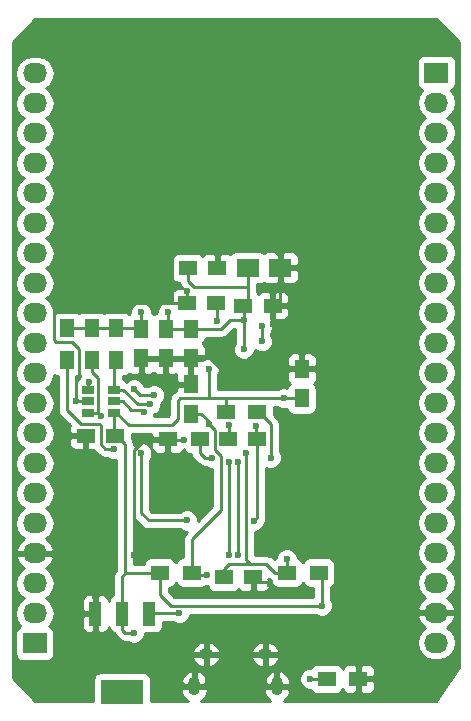
<source format=gbr>
G04 #@! TF.FileFunction,Copper,L2,Bot,Signal*
%FSLAX46Y46*%
G04 Gerber Fmt 4.6, Leading zero omitted, Abs format (unit mm)*
G04 Created by KiCad (PCBNEW 4.0.2+dfsg1-stable) date Fri Nov  3 12:39:00 2017*
%MOMM*%
G01*
G04 APERTURE LIST*
%ADD10C,0.100000*%
%ADD11R,1.950720X1.501140*%
%ADD12R,1.500000X1.250000*%
%ADD13R,1.250000X1.500000*%
%ADD14R,1.500000X1.300000*%
%ADD15R,1.300000X1.500000*%
%ADD16R,1.060000X0.650000*%
%ADD17R,3.657600X2.032000*%
%ADD18R,1.016000X2.032000*%
%ADD19O,1.250000X0.950000*%
%ADD20O,1.000000X1.550000*%
%ADD21R,2.032000X1.727200*%
%ADD22O,2.032000X1.727200*%
%ADD23C,0.600000*%
%ADD24C,0.250000*%
%ADD25C,0.254000*%
G04 APERTURE END LIST*
D10*
D11*
X152025860Y-102200000D03*
X154774140Y-102200000D03*
D12*
X140800000Y-116400000D03*
X138300000Y-116400000D03*
D13*
X147200000Y-114550000D03*
X147200000Y-112050000D03*
X145100000Y-107350000D03*
X145100000Y-109850000D03*
X147200000Y-107350000D03*
X147200000Y-109850000D03*
D12*
X146950000Y-102200000D03*
X149450000Y-102200000D03*
X150000000Y-128400000D03*
X152500000Y-128400000D03*
X152850000Y-116700000D03*
X150350000Y-116700000D03*
X151650000Y-105400000D03*
X154150000Y-105400000D03*
D13*
X156600000Y-113250000D03*
X156600000Y-110750000D03*
X143000000Y-107350000D03*
X143000000Y-109850000D03*
D12*
X149350000Y-105200000D03*
X146850000Y-105200000D03*
D14*
X144600000Y-128000000D03*
X147300000Y-128000000D03*
X158050000Y-128000000D03*
X155350000Y-128000000D03*
D15*
X138800000Y-107300000D03*
X138800000Y-110000000D03*
X136700000Y-107300000D03*
X136700000Y-110000000D03*
X140900000Y-107300000D03*
X140900000Y-110000000D03*
D14*
X150150000Y-114400000D03*
X152850000Y-114400000D03*
X147950000Y-116700000D03*
X145250000Y-116700000D03*
X158700000Y-137000000D03*
X161400000Y-137000000D03*
D16*
X138500000Y-114450000D03*
X138500000Y-113500000D03*
X138500000Y-112550000D03*
X140700000Y-112550000D03*
X140700000Y-114450000D03*
X140700000Y-113500000D03*
D17*
X141400000Y-138100000D03*
D18*
X141400000Y-131496000D03*
X143686000Y-131496000D03*
X139114000Y-131496000D03*
D19*
X148499100Y-134937460D03*
X153499100Y-134937460D03*
D20*
X147499100Y-137637460D03*
X154499100Y-137637460D03*
D21*
X168000000Y-85680000D03*
D22*
X168000000Y-88220000D03*
X168000000Y-90760000D03*
X168000000Y-93300000D03*
X168000000Y-95840000D03*
X168000000Y-98380000D03*
X168000000Y-100920000D03*
X168000000Y-103460000D03*
X168000000Y-106000000D03*
X168000000Y-108540000D03*
X168000000Y-111080000D03*
X168000000Y-113620000D03*
X168000000Y-116160000D03*
X168000000Y-118700000D03*
X168000000Y-121240000D03*
X168000000Y-123780000D03*
X168000000Y-126320000D03*
X168000000Y-128860000D03*
X168000000Y-131400000D03*
X168000000Y-133940000D03*
D21*
X134000000Y-134000000D03*
D22*
X134000000Y-131460000D03*
X134000000Y-128920000D03*
X134000000Y-126380000D03*
X134000000Y-123840000D03*
X134000000Y-121300000D03*
X134000000Y-118760000D03*
X134000000Y-116220000D03*
X134000000Y-113680000D03*
X134000000Y-111140000D03*
X134000000Y-108600000D03*
X134000000Y-106060000D03*
X134000000Y-103520000D03*
X134000000Y-100980000D03*
X134000000Y-98440000D03*
X134000000Y-95900000D03*
X134000000Y-93360000D03*
X134000000Y-90820000D03*
X134000000Y-88280000D03*
X134000000Y-85740000D03*
D23*
X148733358Y-110751454D03*
X155100000Y-113250000D03*
X149400000Y-106700000D03*
X142995885Y-105932287D03*
X158300000Y-130800000D03*
X142400000Y-133100000D03*
X137449834Y-113500000D03*
X142389778Y-126489778D03*
X136600000Y-116400000D03*
X139088558Y-130009921D03*
X150400000Y-115550002D03*
X146641949Y-116741949D03*
X159204539Y-110624999D03*
X154158661Y-106976024D03*
X148700000Y-109700000D03*
X153900000Y-129000000D03*
X146900000Y-104145010D03*
X152557164Y-123617675D03*
X146871390Y-123593222D03*
X151696309Y-109056706D03*
X152700000Y-115600000D03*
X145300000Y-105925010D03*
X143014779Y-117907819D03*
X151700000Y-106600000D03*
X148600000Y-128200000D03*
X148736095Y-115404893D03*
X151858278Y-117889299D03*
X155329448Y-126870552D03*
X146243024Y-131425020D03*
X157300000Y-137000000D03*
X153974227Y-118275027D03*
X153239398Y-108434611D03*
X153249247Y-107124623D03*
X139580397Y-114769935D03*
X138584451Y-111875010D03*
X142374990Y-112500000D03*
X144100000Y-113000000D03*
X151207759Y-118649600D03*
X151200000Y-126500000D03*
X150408604Y-118612568D03*
X150400000Y-126500000D03*
X140675695Y-117525012D03*
X143207810Y-114371821D03*
X143773497Y-113746811D03*
X149000000Y-118300000D03*
D24*
X148733358Y-111175718D02*
X148733358Y-110751454D01*
X148700000Y-113250000D02*
X148733358Y-113216642D01*
X148733358Y-113216642D02*
X148733358Y-111175718D01*
X156600000Y-113250000D02*
X155100000Y-113250000D01*
X155100000Y-113250000D02*
X150200000Y-113250000D01*
X142400000Y-133100000D02*
X141656626Y-133100000D01*
X141656626Y-133100000D02*
X141400000Y-132843374D01*
X141400000Y-132843374D02*
X141400000Y-131496000D01*
X157875736Y-130800000D02*
X158300000Y-130800000D01*
X144600000Y-128000000D02*
X144600000Y-129912784D01*
X144600000Y-129912784D02*
X145487216Y-130800000D01*
X145487216Y-130800000D02*
X157875736Y-130800000D01*
X148700000Y-113250000D02*
X146298911Y-113250000D01*
X146106261Y-113442650D02*
X146106261Y-115013056D01*
X146298911Y-113250000D02*
X146106261Y-113442650D01*
X146106261Y-115013056D02*
X145611156Y-115508161D01*
X145611156Y-115508161D02*
X141963161Y-115508161D01*
X141963161Y-115508161D02*
X140905000Y-114450000D01*
X140905000Y-114450000D02*
X140700000Y-114450000D01*
X150200000Y-113250000D02*
X148700000Y-113250000D01*
X150150000Y-114400000D02*
X150150000Y-113300000D01*
X150150000Y-113300000D02*
X150200000Y-113250000D01*
X141400000Y-131496000D02*
X141400000Y-128299504D01*
X141400000Y-128299504D02*
X141699504Y-128000000D01*
X141699504Y-128000000D02*
X143000000Y-128000000D01*
X140800000Y-116400000D02*
X140925000Y-116400000D01*
X140925000Y-116400000D02*
X141600000Y-117075000D01*
X141600000Y-117075000D02*
X141600000Y-128000000D01*
X141600000Y-128000000D02*
X143000000Y-128000000D01*
X149400000Y-106700000D02*
X149400000Y-105250000D01*
X149400000Y-105250000D02*
X149350000Y-105200000D01*
X143000000Y-105936402D02*
X142995885Y-105932287D01*
X143000000Y-107350000D02*
X143000000Y-105936402D01*
X158300000Y-130800000D02*
X158300000Y-128250000D01*
X158300000Y-128250000D02*
X158050000Y-128000000D01*
X143000000Y-128000000D02*
X144600000Y-128000000D01*
X140900000Y-107300000D02*
X142950000Y-107300000D01*
X142950000Y-107300000D02*
X143000000Y-107350000D01*
X138800000Y-107300000D02*
X140900000Y-107300000D01*
X136700000Y-107300000D02*
X138800000Y-107300000D01*
X140700000Y-114450000D02*
X140700000Y-116300000D01*
X140700000Y-116300000D02*
X140800000Y-116400000D01*
X149500000Y-100800000D02*
X148600000Y-100800000D01*
X149975000Y-100800000D02*
X149500000Y-100800000D01*
X149500000Y-100800000D02*
X149450000Y-100850000D01*
X149450000Y-100850000D02*
X149450000Y-102200000D01*
X148925000Y-100800000D02*
X148600000Y-100800000D01*
X148600000Y-100800000D02*
X146000000Y-100800000D01*
X145600000Y-105200000D02*
X135826249Y-105200000D01*
X135826249Y-105200000D02*
X135600000Y-105426249D01*
X135600000Y-105426249D02*
X135600000Y-108300000D01*
X135600000Y-108300000D02*
X135800000Y-108500000D01*
X135800000Y-108500000D02*
X137185002Y-108500000D01*
X137185002Y-108500000D02*
X137761165Y-109076163D01*
X137761165Y-109076163D02*
X137761165Y-111338835D01*
X137761165Y-111338835D02*
X137451526Y-111648474D01*
X137451526Y-111648474D02*
X137451526Y-113500000D01*
X137451526Y-113500000D02*
X137449834Y-113500000D01*
X137449834Y-113500000D02*
X138500000Y-113500000D01*
X145250000Y-116700000D02*
X143297596Y-116700000D01*
X143297596Y-116700000D02*
X142389778Y-117607818D01*
X142389778Y-117607818D02*
X142389778Y-126489778D01*
X149750000Y-110750000D02*
X155725000Y-110750000D01*
X155725000Y-110750000D02*
X156600000Y-110750000D01*
X148700000Y-109700000D02*
X149750000Y-110750000D01*
X136600000Y-116400000D02*
X138300000Y-116400000D01*
X135458637Y-126380000D02*
X138788559Y-129709922D01*
X134000000Y-126380000D02*
X135458637Y-126380000D01*
X138788559Y-129709922D02*
X139088558Y-130009921D01*
X139114000Y-130035363D02*
X139088558Y-130009921D01*
X139114000Y-131496000D02*
X139114000Y-130035363D01*
X150400000Y-115550002D02*
X150400000Y-116650000D01*
X150400000Y-116650000D02*
X150350000Y-116700000D01*
X146641949Y-116741949D02*
X145291949Y-116741949D01*
X145291949Y-116741949D02*
X145250000Y-116700000D01*
X159204539Y-110624999D02*
X159479258Y-110899718D01*
X159479258Y-110899718D02*
X159479258Y-133220742D01*
X159479258Y-133220742D02*
X157762540Y-134937460D01*
X157762540Y-134937460D02*
X153499100Y-134937460D01*
X156600000Y-110750000D02*
X159079538Y-110750000D01*
X159079538Y-110750000D02*
X159204539Y-110624999D01*
X154458660Y-107276023D02*
X154158661Y-106976024D01*
X156600000Y-109417363D02*
X154458660Y-107276023D01*
X156600000Y-110750000D02*
X156600000Y-109417363D01*
X154150000Y-106967363D02*
X154158661Y-106976024D01*
X154150000Y-105400000D02*
X154150000Y-106967363D01*
X145600000Y-105200000D02*
X145850000Y-105200000D01*
X145600000Y-101200000D02*
X145600000Y-105200000D01*
X146000000Y-100800000D02*
X145600000Y-101200000D01*
X145850000Y-105200000D02*
X146850000Y-105200000D01*
X148700000Y-109700000D02*
X147350000Y-109700000D01*
X147350000Y-109700000D02*
X147200000Y-109850000D01*
X153900000Y-129000000D02*
X153672309Y-128772309D01*
X153672309Y-128772309D02*
X152872309Y-128772309D01*
X152872309Y-128772309D02*
X152500000Y-128400000D01*
X149450000Y-102200000D02*
X149325000Y-102200000D01*
X154374710Y-100800000D02*
X154774140Y-101199430D01*
X149975000Y-100800000D02*
X154374710Y-100800000D01*
X154774140Y-101199430D02*
X154774140Y-102200000D01*
X154774140Y-102200000D02*
X154774140Y-104775860D01*
X154774140Y-104775860D02*
X154150000Y-105400000D01*
X145100000Y-109850000D02*
X143000000Y-109850000D01*
X147200000Y-109850000D02*
X145100000Y-109850000D01*
X147200000Y-112050000D02*
X147200000Y-109850000D01*
X139600000Y-136200000D02*
X145311640Y-136200000D01*
X145311640Y-136200000D02*
X146749100Y-137637460D01*
X146749100Y-137637460D02*
X147499100Y-137637460D01*
X139100000Y-135700000D02*
X139600000Y-136200000D01*
X139100000Y-132776000D02*
X139100000Y-135700000D01*
X139114000Y-131496000D02*
X139114000Y-132762000D01*
X139114000Y-132762000D02*
X139100000Y-132776000D01*
X164900000Y-131400000D02*
X161400000Y-134900000D01*
X161400000Y-134900000D02*
X161400000Y-137000000D01*
X168000000Y-131400000D02*
X164900000Y-131400000D01*
X154499100Y-137637460D02*
X155249100Y-137637460D01*
X155249100Y-137637460D02*
X156111640Y-138500000D01*
X156111640Y-138500000D02*
X160800000Y-138500000D01*
X160800000Y-138500000D02*
X161400000Y-137900000D01*
X161400000Y-137900000D02*
X161400000Y-137000000D01*
X153499100Y-134937460D02*
X153499100Y-137387460D01*
X153499100Y-137387460D02*
X153749100Y-137637460D01*
X153749100Y-137637460D02*
X154499100Y-137637460D01*
X148499100Y-134937460D02*
X153499100Y-134937460D01*
X148499100Y-134937460D02*
X148499100Y-137387460D01*
X148499100Y-137387460D02*
X148249100Y-137637460D01*
X148249100Y-137637460D02*
X147499100Y-137637460D01*
X146900000Y-104145010D02*
X146900000Y-105150000D01*
X146900000Y-105150000D02*
X146850000Y-105200000D01*
X146950000Y-102200000D02*
X146950000Y-103289273D01*
X146950000Y-103289273D02*
X147460727Y-103800000D01*
X147460727Y-103800000D02*
X152025860Y-103800000D01*
X152850000Y-123324839D02*
X152557164Y-123617675D01*
X152850000Y-116700000D02*
X152850000Y-123324839D01*
X143014779Y-117907819D02*
X143014779Y-122982523D01*
X143014779Y-122982523D02*
X143624850Y-123592594D01*
X143624850Y-123592594D02*
X146870762Y-123592594D01*
X146870762Y-123592594D02*
X146871390Y-123593222D01*
X147200000Y-107350000D02*
X149799868Y-107350000D01*
X149799868Y-107350000D02*
X150549868Y-106600000D01*
X150549868Y-106600000D02*
X151700000Y-106600000D01*
X151700000Y-106600000D02*
X151700000Y-109053015D01*
X151700000Y-109053015D02*
X151696309Y-109056706D01*
X152700000Y-115600000D02*
X152700000Y-116550000D01*
X152700000Y-116550000D02*
X152850000Y-116700000D01*
X152025860Y-102200000D02*
X152025860Y-103800000D01*
X152025860Y-103800000D02*
X152025860Y-105024140D01*
X145100000Y-107350000D02*
X147200000Y-107350000D01*
X145300000Y-105925010D02*
X145300000Y-107150000D01*
X145300000Y-107150000D02*
X145100000Y-107350000D01*
X151700000Y-106600000D02*
X151700000Y-105450000D01*
X151700000Y-105450000D02*
X151650000Y-105400000D01*
X152025860Y-105024140D02*
X151650000Y-105400000D01*
X149274999Y-117663640D02*
X149274999Y-115943797D01*
X149783584Y-122701736D02*
X149783584Y-118172225D01*
X147300000Y-125185320D02*
X149783584Y-122701736D01*
X149274999Y-115943797D02*
X149036094Y-115704892D01*
X147300000Y-128000000D02*
X147300000Y-125185320D01*
X149036094Y-115704892D02*
X148736095Y-115404893D01*
X149783584Y-118172225D02*
X149274999Y-117663640D01*
X148600000Y-128200000D02*
X147500000Y-128200000D01*
X147500000Y-128200000D02*
X147300000Y-128000000D01*
X148736095Y-115211095D02*
X148736095Y-115404893D01*
X147200000Y-114550000D02*
X148075000Y-114550000D01*
X148075000Y-114550000D02*
X148736095Y-115211095D01*
X151858278Y-118313563D02*
X151858278Y-117889299D01*
X151858278Y-126920176D02*
X151858278Y-118313563D01*
X152200000Y-127261898D02*
X151858278Y-126920176D01*
X150453606Y-127261898D02*
X152200000Y-127261898D01*
X152200000Y-127261898D02*
X153607369Y-127261898D01*
X150000000Y-128400000D02*
X150000000Y-127715504D01*
X150000000Y-127715504D02*
X150453606Y-127261898D01*
X153607369Y-127261898D02*
X153674893Y-127329422D01*
X153674893Y-127329422D02*
X153674893Y-127330790D01*
X153674893Y-127330790D02*
X154344103Y-128000000D01*
X154344103Y-128000000D02*
X155350000Y-128000000D01*
X155329448Y-126870552D02*
X155329448Y-127979448D01*
X155329448Y-127979448D02*
X155350000Y-128000000D01*
X143686000Y-131496000D02*
X143756522Y-131425478D01*
X143756522Y-131425478D02*
X146242566Y-131425478D01*
X146242566Y-131425478D02*
X146243024Y-131425020D01*
X157300000Y-137000000D02*
X158700000Y-137000000D01*
X153974227Y-117850763D02*
X153974227Y-118275027D01*
X153974227Y-115424227D02*
X153974227Y-117850763D01*
X152950000Y-114400000D02*
X153974227Y-115424227D01*
X152850000Y-114400000D02*
X152950000Y-114400000D01*
X153249247Y-108424762D02*
X153239398Y-108434611D01*
X153249247Y-107124623D02*
X153249247Y-108424762D01*
X138800000Y-110000000D02*
X138800000Y-111000000D01*
X138800000Y-111000000D02*
X139359399Y-111559399D01*
X139359399Y-111559399D02*
X139359399Y-114370601D01*
X139359399Y-114370601D02*
X139280000Y-114450000D01*
X139280398Y-114469936D02*
X139580397Y-114769935D01*
X139280000Y-114469538D02*
X139280398Y-114469936D01*
X139280000Y-114450000D02*
X139280000Y-114469538D01*
X139280000Y-114450000D02*
X138500000Y-114450000D01*
X138500000Y-112550000D02*
X138500000Y-111959461D01*
X138500000Y-111959461D02*
X138584451Y-111875010D01*
X144100000Y-113000000D02*
X142874990Y-113000000D01*
X142874990Y-113000000D02*
X142374990Y-112500000D01*
X151200000Y-118657359D02*
X151207759Y-118649600D01*
X151200000Y-126500000D02*
X151200000Y-118657359D01*
X150400000Y-118621172D02*
X150408604Y-118612568D01*
X150400000Y-126500000D02*
X150400000Y-118621172D01*
X140251431Y-117525012D02*
X140675695Y-117525012D01*
X139965010Y-117525012D02*
X140251431Y-117525012D01*
X139572550Y-117132552D02*
X139965010Y-117525012D01*
X139572550Y-115530054D02*
X139572550Y-117132552D01*
X137891914Y-115406137D02*
X139448633Y-115406137D01*
X136700000Y-114214223D02*
X137891914Y-115406137D01*
X136700000Y-110000000D02*
X136700000Y-114214223D01*
X139448633Y-115406137D02*
X139572550Y-115530054D01*
X143207810Y-114371821D02*
X143207810Y-114307810D01*
X143207810Y-114307810D02*
X143096821Y-114196821D01*
X143096821Y-114196821D02*
X142176821Y-114196821D01*
X142176821Y-114196821D02*
X141480000Y-113500000D01*
X141480000Y-113500000D02*
X140700000Y-113500000D01*
X140700000Y-112550000D02*
X140700000Y-110200000D01*
X140700000Y-110200000D02*
X140900000Y-110000000D01*
X143773497Y-113746811D02*
X142696799Y-113746811D01*
X142696799Y-113746811D02*
X141499988Y-112550000D01*
X141499988Y-112550000D02*
X141480000Y-112550000D01*
X141480000Y-112550000D02*
X140700000Y-112550000D01*
X149000000Y-118300000D02*
X148393739Y-118300000D01*
X148393739Y-118300000D02*
X147950000Y-117856261D01*
X147950000Y-117856261D02*
X147950000Y-116700000D01*
D25*
G36*
X169873000Y-83052606D02*
X169873000Y-135961548D01*
X167932032Y-138873000D01*
X155073023Y-138873000D01*
X155211863Y-138804828D01*
X155499102Y-138464138D01*
X155634100Y-138039460D01*
X155634100Y-137764460D01*
X154626100Y-137764460D01*
X154626100Y-137784460D01*
X154372100Y-137784460D01*
X154372100Y-137764460D01*
X153364100Y-137764460D01*
X153364100Y-138039460D01*
X153499098Y-138464138D01*
X153786337Y-138804828D01*
X153925177Y-138873000D01*
X148073023Y-138873000D01*
X148211863Y-138804828D01*
X148499102Y-138464138D01*
X148634100Y-138039460D01*
X148634100Y-137764460D01*
X147626100Y-137764460D01*
X147626100Y-137784460D01*
X147372100Y-137784460D01*
X147372100Y-137764460D01*
X146364100Y-137764460D01*
X146364100Y-138039460D01*
X146499098Y-138464138D01*
X146786337Y-138804828D01*
X146925177Y-138873000D01*
X143876240Y-138873000D01*
X143876240Y-137235460D01*
X146364100Y-137235460D01*
X146364100Y-137510460D01*
X147372100Y-137510460D01*
X147372100Y-136394506D01*
X147626100Y-136394506D01*
X147626100Y-137510460D01*
X148634100Y-137510460D01*
X148634100Y-137235460D01*
X153364100Y-137235460D01*
X153364100Y-137510460D01*
X154372100Y-137510460D01*
X154372100Y-136394506D01*
X154626100Y-136394506D01*
X154626100Y-137510460D01*
X155634100Y-137510460D01*
X155634100Y-137235460D01*
X155618113Y-137185167D01*
X156364838Y-137185167D01*
X156506883Y-137528943D01*
X156769673Y-137792192D01*
X157113201Y-137934838D01*
X157378853Y-137935069D01*
X157485910Y-138101441D01*
X157698110Y-138246431D01*
X157950000Y-138297440D01*
X159450000Y-138297440D01*
X159685317Y-138253162D01*
X159901441Y-138114090D01*
X160046431Y-137901890D01*
X160053191Y-137868510D01*
X160111673Y-138009699D01*
X160290302Y-138188327D01*
X160523691Y-138285000D01*
X161114250Y-138285000D01*
X161273000Y-138126250D01*
X161273000Y-137127000D01*
X161527000Y-137127000D01*
X161527000Y-138126250D01*
X161685750Y-138285000D01*
X162276309Y-138285000D01*
X162509698Y-138188327D01*
X162688327Y-138009699D01*
X162785000Y-137776310D01*
X162785000Y-137285750D01*
X162626250Y-137127000D01*
X161527000Y-137127000D01*
X161273000Y-137127000D01*
X161253000Y-137127000D01*
X161253000Y-136873000D01*
X161273000Y-136873000D01*
X161273000Y-135873750D01*
X161527000Y-135873750D01*
X161527000Y-136873000D01*
X162626250Y-136873000D01*
X162785000Y-136714250D01*
X162785000Y-136223690D01*
X162688327Y-135990301D01*
X162509698Y-135811673D01*
X162276309Y-135715000D01*
X161685750Y-135715000D01*
X161527000Y-135873750D01*
X161273000Y-135873750D01*
X161114250Y-135715000D01*
X160523691Y-135715000D01*
X160290302Y-135811673D01*
X160111673Y-135990301D01*
X160055346Y-136126287D01*
X160053162Y-136114683D01*
X159914090Y-135898559D01*
X159701890Y-135753569D01*
X159450000Y-135702560D01*
X157950000Y-135702560D01*
X157714683Y-135746838D01*
X157498559Y-135885910D01*
X157376147Y-136065066D01*
X157114833Y-136064838D01*
X156771057Y-136206883D01*
X156507808Y-136469673D01*
X156365162Y-136813201D01*
X156364838Y-137185167D01*
X155618113Y-137185167D01*
X155499102Y-136810782D01*
X155211863Y-136470092D01*
X154800974Y-136268341D01*
X154626100Y-136394506D01*
X154372100Y-136394506D01*
X154197226Y-136268341D01*
X153786337Y-136470092D01*
X153499098Y-136810782D01*
X153364100Y-137235460D01*
X148634100Y-137235460D01*
X148499102Y-136810782D01*
X148211863Y-136470092D01*
X147800974Y-136268341D01*
X147626100Y-136394506D01*
X147372100Y-136394506D01*
X147197226Y-136268341D01*
X146786337Y-136470092D01*
X146499098Y-136810782D01*
X146364100Y-137235460D01*
X143876240Y-137235460D01*
X143876240Y-137084000D01*
X143831962Y-136848683D01*
X143692890Y-136632559D01*
X143480690Y-136487569D01*
X143228800Y-136436560D01*
X139571200Y-136436560D01*
X139335883Y-136480838D01*
X139119759Y-136619910D01*
X138974769Y-136832110D01*
X138923760Y-137084000D01*
X138923760Y-138873000D01*
X134052606Y-138873000D01*
X132127000Y-136947394D01*
X132127000Y-128920000D01*
X132316655Y-128920000D01*
X132430729Y-129493489D01*
X132755585Y-129979670D01*
X133070366Y-130190000D01*
X132755585Y-130400330D01*
X132430729Y-130886511D01*
X132316655Y-131460000D01*
X132430729Y-132033489D01*
X132755585Y-132519670D01*
X132769913Y-132529243D01*
X132748683Y-132533238D01*
X132532559Y-132672310D01*
X132387569Y-132884510D01*
X132336560Y-133136400D01*
X132336560Y-134863600D01*
X132380838Y-135098917D01*
X132519910Y-135315041D01*
X132732110Y-135460031D01*
X132984000Y-135511040D01*
X135016000Y-135511040D01*
X135251317Y-135466762D01*
X135467441Y-135327690D01*
X135530501Y-135235398D01*
X147279832Y-135235398D01*
X147463548Y-135609281D01*
X147788051Y-135897028D01*
X148197969Y-136038689D01*
X148372100Y-135890023D01*
X148372100Y-135064460D01*
X148626100Y-135064460D01*
X148626100Y-135890023D01*
X148800231Y-136038689D01*
X149210149Y-135897028D01*
X149534652Y-135609281D01*
X149718368Y-135235398D01*
X152279832Y-135235398D01*
X152463548Y-135609281D01*
X152788051Y-135897028D01*
X153197969Y-136038689D01*
X153372100Y-135890023D01*
X153372100Y-135064460D01*
X153626100Y-135064460D01*
X153626100Y-135890023D01*
X153800231Y-136038689D01*
X154210149Y-135897028D01*
X154534652Y-135609281D01*
X154718368Y-135235398D01*
X154591834Y-135064460D01*
X153626100Y-135064460D01*
X153372100Y-135064460D01*
X152406366Y-135064460D01*
X152279832Y-135235398D01*
X149718368Y-135235398D01*
X149591834Y-135064460D01*
X148626100Y-135064460D01*
X148372100Y-135064460D01*
X147406366Y-135064460D01*
X147279832Y-135235398D01*
X135530501Y-135235398D01*
X135612431Y-135115490D01*
X135663440Y-134863600D01*
X135663440Y-134639522D01*
X147279832Y-134639522D01*
X147406366Y-134810460D01*
X148372100Y-134810460D01*
X148372100Y-133984897D01*
X148626100Y-133984897D01*
X148626100Y-134810460D01*
X149591834Y-134810460D01*
X149718368Y-134639522D01*
X152279832Y-134639522D01*
X152406366Y-134810460D01*
X153372100Y-134810460D01*
X153372100Y-133984897D01*
X153626100Y-133984897D01*
X153626100Y-134810460D01*
X154591834Y-134810460D01*
X154718368Y-134639522D01*
X154534652Y-134265639D01*
X154210149Y-133977892D01*
X154100503Y-133940000D01*
X166316655Y-133940000D01*
X166430729Y-134513489D01*
X166755585Y-134999670D01*
X167241766Y-135324526D01*
X167815255Y-135438600D01*
X168184745Y-135438600D01*
X168758234Y-135324526D01*
X169244415Y-134999670D01*
X169569271Y-134513489D01*
X169683345Y-133940000D01*
X169569271Y-133366511D01*
X169244415Y-132880330D01*
X168934931Y-132673539D01*
X169350732Y-132302036D01*
X169604709Y-131774791D01*
X169607358Y-131759026D01*
X169486217Y-131527000D01*
X168127000Y-131527000D01*
X168127000Y-131547000D01*
X167873000Y-131547000D01*
X167873000Y-131527000D01*
X166513783Y-131527000D01*
X166392642Y-131759026D01*
X166395291Y-131774791D01*
X166649268Y-132302036D01*
X167065069Y-132673539D01*
X166755585Y-132880330D01*
X166430729Y-133366511D01*
X166316655Y-133940000D01*
X154100503Y-133940000D01*
X153800231Y-133836231D01*
X153626100Y-133984897D01*
X153372100Y-133984897D01*
X153197969Y-133836231D01*
X152788051Y-133977892D01*
X152463548Y-134265639D01*
X152279832Y-134639522D01*
X149718368Y-134639522D01*
X149534652Y-134265639D01*
X149210149Y-133977892D01*
X148800231Y-133836231D01*
X148626100Y-133984897D01*
X148372100Y-133984897D01*
X148197969Y-133836231D01*
X147788051Y-133977892D01*
X147463548Y-134265639D01*
X147279832Y-134639522D01*
X135663440Y-134639522D01*
X135663440Y-133136400D01*
X135619162Y-132901083D01*
X135480090Y-132684959D01*
X135267890Y-132539969D01*
X135226561Y-132531600D01*
X135244415Y-132519670D01*
X135569271Y-132033489D01*
X135619344Y-131781750D01*
X137971000Y-131781750D01*
X137971000Y-132638310D01*
X138067673Y-132871699D01*
X138246302Y-133050327D01*
X138479691Y-133147000D01*
X138828250Y-133147000D01*
X138987000Y-132988250D01*
X138987000Y-131623000D01*
X138129750Y-131623000D01*
X137971000Y-131781750D01*
X135619344Y-131781750D01*
X135683345Y-131460000D01*
X135569271Y-130886511D01*
X135244415Y-130400330D01*
X135174614Y-130353690D01*
X137971000Y-130353690D01*
X137971000Y-131210250D01*
X138129750Y-131369000D01*
X138987000Y-131369000D01*
X138987000Y-130003750D01*
X138828250Y-129845000D01*
X138479691Y-129845000D01*
X138246302Y-129941673D01*
X138067673Y-130120301D01*
X137971000Y-130353690D01*
X135174614Y-130353690D01*
X134929634Y-130190000D01*
X135244415Y-129979670D01*
X135569271Y-129493489D01*
X135683345Y-128920000D01*
X135569271Y-128346511D01*
X135244415Y-127860330D01*
X134934931Y-127653539D01*
X135350732Y-127282036D01*
X135604709Y-126754791D01*
X135607358Y-126739026D01*
X135486217Y-126507000D01*
X134127000Y-126507000D01*
X134127000Y-126527000D01*
X133873000Y-126527000D01*
X133873000Y-126507000D01*
X132513783Y-126507000D01*
X132392642Y-126739026D01*
X132395291Y-126754791D01*
X132649268Y-127282036D01*
X133065069Y-127653539D01*
X132755585Y-127860330D01*
X132430729Y-128346511D01*
X132316655Y-128920000D01*
X132127000Y-128920000D01*
X132127000Y-85740000D01*
X132316655Y-85740000D01*
X132430729Y-86313489D01*
X132755585Y-86799670D01*
X133070366Y-87010000D01*
X132755585Y-87220330D01*
X132430729Y-87706511D01*
X132316655Y-88280000D01*
X132430729Y-88853489D01*
X132755585Y-89339670D01*
X133070366Y-89550000D01*
X132755585Y-89760330D01*
X132430729Y-90246511D01*
X132316655Y-90820000D01*
X132430729Y-91393489D01*
X132755585Y-91879670D01*
X133070366Y-92090000D01*
X132755585Y-92300330D01*
X132430729Y-92786511D01*
X132316655Y-93360000D01*
X132430729Y-93933489D01*
X132755585Y-94419670D01*
X133070366Y-94630000D01*
X132755585Y-94840330D01*
X132430729Y-95326511D01*
X132316655Y-95900000D01*
X132430729Y-96473489D01*
X132755585Y-96959670D01*
X133070366Y-97170000D01*
X132755585Y-97380330D01*
X132430729Y-97866511D01*
X132316655Y-98440000D01*
X132430729Y-99013489D01*
X132755585Y-99499670D01*
X133070366Y-99710000D01*
X132755585Y-99920330D01*
X132430729Y-100406511D01*
X132316655Y-100980000D01*
X132430729Y-101553489D01*
X132755585Y-102039670D01*
X133070366Y-102250000D01*
X132755585Y-102460330D01*
X132430729Y-102946511D01*
X132316655Y-103520000D01*
X132430729Y-104093489D01*
X132755585Y-104579670D01*
X133070366Y-104790000D01*
X132755585Y-105000330D01*
X132430729Y-105486511D01*
X132316655Y-106060000D01*
X132430729Y-106633489D01*
X132755585Y-107119670D01*
X133070366Y-107330000D01*
X132755585Y-107540330D01*
X132430729Y-108026511D01*
X132316655Y-108600000D01*
X132430729Y-109173489D01*
X132755585Y-109659670D01*
X133070366Y-109870000D01*
X132755585Y-110080330D01*
X132430729Y-110566511D01*
X132316655Y-111140000D01*
X132430729Y-111713489D01*
X132755585Y-112199670D01*
X133070366Y-112410000D01*
X132755585Y-112620330D01*
X132430729Y-113106511D01*
X132316655Y-113680000D01*
X132430729Y-114253489D01*
X132755585Y-114739670D01*
X133070366Y-114950000D01*
X132755585Y-115160330D01*
X132430729Y-115646511D01*
X132316655Y-116220000D01*
X132430729Y-116793489D01*
X132755585Y-117279670D01*
X133070366Y-117490000D01*
X132755585Y-117700330D01*
X132430729Y-118186511D01*
X132316655Y-118760000D01*
X132430729Y-119333489D01*
X132755585Y-119819670D01*
X133070366Y-120030000D01*
X132755585Y-120240330D01*
X132430729Y-120726511D01*
X132316655Y-121300000D01*
X132430729Y-121873489D01*
X132755585Y-122359670D01*
X133070366Y-122570000D01*
X132755585Y-122780330D01*
X132430729Y-123266511D01*
X132316655Y-123840000D01*
X132430729Y-124413489D01*
X132755585Y-124899670D01*
X133065069Y-125106461D01*
X132649268Y-125477964D01*
X132395291Y-126005209D01*
X132392642Y-126020974D01*
X132513783Y-126253000D01*
X133873000Y-126253000D01*
X133873000Y-126233000D01*
X134127000Y-126233000D01*
X134127000Y-126253000D01*
X135486217Y-126253000D01*
X135607358Y-126020974D01*
X135604709Y-126005209D01*
X135350732Y-125477964D01*
X134934931Y-125106461D01*
X135244415Y-124899670D01*
X135569271Y-124413489D01*
X135683345Y-123840000D01*
X135569271Y-123266511D01*
X135244415Y-122780330D01*
X134929634Y-122570000D01*
X135244415Y-122359670D01*
X135569271Y-121873489D01*
X135683345Y-121300000D01*
X135569271Y-120726511D01*
X135244415Y-120240330D01*
X134929634Y-120030000D01*
X135244415Y-119819670D01*
X135569271Y-119333489D01*
X135683345Y-118760000D01*
X135569271Y-118186511D01*
X135244415Y-117700330D01*
X134929634Y-117490000D01*
X135244415Y-117279670D01*
X135569271Y-116793489D01*
X135590701Y-116685750D01*
X136915000Y-116685750D01*
X136915000Y-117151310D01*
X137011673Y-117384699D01*
X137190302Y-117563327D01*
X137423691Y-117660000D01*
X138014250Y-117660000D01*
X138173000Y-117501250D01*
X138173000Y-116527000D01*
X137073750Y-116527000D01*
X136915000Y-116685750D01*
X135590701Y-116685750D01*
X135683345Y-116220000D01*
X135569271Y-115646511D01*
X135244415Y-115160330D01*
X134929634Y-114950000D01*
X135244415Y-114739670D01*
X135569271Y-114253489D01*
X135683345Y-113680000D01*
X135569271Y-113106511D01*
X135244415Y-112620330D01*
X134929634Y-112410000D01*
X135244415Y-112199670D01*
X135569271Y-111713489D01*
X135660928Y-111252699D01*
X135798110Y-111346431D01*
X135940000Y-111375164D01*
X135940000Y-114214223D01*
X135997852Y-114505062D01*
X136162599Y-114751624D01*
X136957371Y-115546396D01*
X136915000Y-115648690D01*
X136915000Y-116114250D01*
X137073750Y-116273000D01*
X138173000Y-116273000D01*
X138173000Y-116253000D01*
X138427000Y-116253000D01*
X138427000Y-116273000D01*
X138447000Y-116273000D01*
X138447000Y-116527000D01*
X138427000Y-116527000D01*
X138427000Y-117501250D01*
X138585750Y-117660000D01*
X139028499Y-117660000D01*
X139035149Y-117669953D01*
X139427609Y-118062413D01*
X139674170Y-118227160D01*
X139965010Y-118285012D01*
X140113232Y-118285012D01*
X140145368Y-118317204D01*
X140488896Y-118459850D01*
X140840000Y-118460156D01*
X140840000Y-127795925D01*
X140697852Y-128008665D01*
X140640000Y-128299504D01*
X140640000Y-129887573D01*
X140440559Y-130015910D01*
X140295569Y-130228110D01*
X140257000Y-130418569D01*
X140257000Y-130353690D01*
X140160327Y-130120301D01*
X139981698Y-129941673D01*
X139748309Y-129845000D01*
X139399750Y-129845000D01*
X139241000Y-130003750D01*
X139241000Y-131369000D01*
X139261000Y-131369000D01*
X139261000Y-131623000D01*
X139241000Y-131623000D01*
X139241000Y-132988250D01*
X139399750Y-133147000D01*
X139748309Y-133147000D01*
X139981698Y-133050327D01*
X140160327Y-132871699D01*
X140257000Y-132638310D01*
X140257000Y-132578113D01*
X140288838Y-132747317D01*
X140427910Y-132963441D01*
X140640110Y-133108431D01*
X140694932Y-133119533D01*
X140697852Y-133134213D01*
X140862599Y-133380775D01*
X141119225Y-133637401D01*
X141365787Y-133802148D01*
X141656626Y-133860000D01*
X141837537Y-133860000D01*
X141869673Y-133892192D01*
X142213201Y-134034838D01*
X142585167Y-134035162D01*
X142928943Y-133893117D01*
X143192192Y-133630327D01*
X143334838Y-133286799D01*
X143334949Y-133159440D01*
X144194000Y-133159440D01*
X144429317Y-133115162D01*
X144645441Y-132976090D01*
X144790431Y-132763890D01*
X144841440Y-132512000D01*
X144841440Y-132185478D01*
X145681018Y-132185478D01*
X145712697Y-132217212D01*
X146056225Y-132359858D01*
X146428191Y-132360182D01*
X146771967Y-132218137D01*
X147035216Y-131955347D01*
X147177862Y-131611819D01*
X147177907Y-131560000D01*
X157737537Y-131560000D01*
X157769673Y-131592192D01*
X158113201Y-131734838D01*
X158485167Y-131735162D01*
X158828943Y-131593117D01*
X159092192Y-131330327D01*
X159234838Y-130986799D01*
X159235162Y-130614833D01*
X159093117Y-130271057D01*
X159060000Y-130237882D01*
X159060000Y-129237279D01*
X159251441Y-129114090D01*
X159396431Y-128901890D01*
X159447440Y-128650000D01*
X159447440Y-127350000D01*
X159403162Y-127114683D01*
X159264090Y-126898559D01*
X159051890Y-126753569D01*
X158800000Y-126702560D01*
X157300000Y-126702560D01*
X157064683Y-126746838D01*
X156848559Y-126885910D01*
X156703569Y-127098110D01*
X156700919Y-127111197D01*
X156564090Y-126898559D01*
X156351890Y-126753569D01*
X156264566Y-126735885D01*
X156264610Y-126685385D01*
X156122565Y-126341609D01*
X155859775Y-126078360D01*
X155516247Y-125935714D01*
X155144281Y-125935390D01*
X154800505Y-126077435D01*
X154537256Y-126340225D01*
X154394610Y-126683753D01*
X154394560Y-126741216D01*
X154364683Y-126746838D01*
X154243635Y-126824730D01*
X154215049Y-126796144D01*
X154212294Y-126792021D01*
X154144770Y-126724497D01*
X153898208Y-126559750D01*
X153607369Y-126501898D01*
X152618278Y-126501898D01*
X152618278Y-124552729D01*
X152742331Y-124552837D01*
X153086107Y-124410792D01*
X153349356Y-124148002D01*
X153492002Y-123804474D01*
X153492088Y-123705564D01*
X153552148Y-123615678D01*
X153610000Y-123324839D01*
X153610000Y-119136190D01*
X153787428Y-119209865D01*
X154159394Y-119210189D01*
X154503170Y-119068144D01*
X154766419Y-118805354D01*
X154909065Y-118461826D01*
X154909389Y-118089860D01*
X154767344Y-117746084D01*
X154734227Y-117712909D01*
X154734227Y-115424227D01*
X154676375Y-115133388D01*
X154511628Y-114886826D01*
X154247440Y-114622638D01*
X154247440Y-114010000D01*
X154537537Y-114010000D01*
X154569673Y-114042192D01*
X154913201Y-114184838D01*
X155285167Y-114185162D01*
X155356829Y-114155552D01*
X155371838Y-114235317D01*
X155510910Y-114451441D01*
X155723110Y-114596431D01*
X155975000Y-114647440D01*
X157225000Y-114647440D01*
X157460317Y-114603162D01*
X157676441Y-114464090D01*
X157821431Y-114251890D01*
X157872440Y-114000000D01*
X157872440Y-112500000D01*
X157828162Y-112264683D01*
X157689090Y-112048559D01*
X157620994Y-112002031D01*
X157763327Y-111859698D01*
X157860000Y-111626309D01*
X157860000Y-111035750D01*
X157701250Y-110877000D01*
X156727000Y-110877000D01*
X156727000Y-110897000D01*
X156473000Y-110897000D01*
X156473000Y-110877000D01*
X155498750Y-110877000D01*
X155340000Y-111035750D01*
X155340000Y-111626309D01*
X155436673Y-111859698D01*
X155577910Y-112000936D01*
X155523559Y-112035910D01*
X155378569Y-112248110D01*
X155358926Y-112345112D01*
X155286799Y-112315162D01*
X154914833Y-112314838D01*
X154571057Y-112456883D01*
X154537882Y-112490000D01*
X149493358Y-112490000D01*
X149493358Y-111313917D01*
X149525550Y-111281781D01*
X149668196Y-110938253D01*
X149668520Y-110566287D01*
X149526475Y-110222511D01*
X149263685Y-109959262D01*
X148920157Y-109816616D01*
X148548191Y-109816292D01*
X148204415Y-109958337D01*
X148185719Y-109977000D01*
X147327000Y-109977000D01*
X147327000Y-111923000D01*
X147347000Y-111923000D01*
X147347000Y-112177000D01*
X147327000Y-112177000D01*
X147327000Y-112197000D01*
X147073000Y-112197000D01*
X147073000Y-112177000D01*
X146098750Y-112177000D01*
X145940000Y-112335750D01*
X145940000Y-112593336D01*
X145761510Y-112712599D01*
X145568860Y-112905249D01*
X145404113Y-113151811D01*
X145346261Y-113442650D01*
X145346261Y-114698254D01*
X145296354Y-114748161D01*
X144063943Y-114748161D01*
X144118923Y-114615755D01*
X144302440Y-114539928D01*
X144565689Y-114277138D01*
X144708335Y-113933610D01*
X144708527Y-113713672D01*
X144892192Y-113530327D01*
X145034838Y-113186799D01*
X145035162Y-112814833D01*
X144893117Y-112471057D01*
X144630327Y-112207808D01*
X144286799Y-112065162D01*
X143914833Y-112064838D01*
X143571057Y-112206883D01*
X143537882Y-112240000D01*
X143279232Y-112240000D01*
X143168107Y-111971057D01*
X142905317Y-111707808D01*
X142561789Y-111565162D01*
X142189823Y-111564838D01*
X141846047Y-111706883D01*
X141727400Y-111825324D01*
X141694090Y-111773559D01*
X141481890Y-111628569D01*
X141460000Y-111624136D01*
X141460000Y-111397440D01*
X141550000Y-111397440D01*
X141785317Y-111353162D01*
X142001441Y-111214090D01*
X142044846Y-111150565D01*
X142248690Y-111235000D01*
X142714250Y-111235000D01*
X142873000Y-111076250D01*
X142873000Y-109977000D01*
X143127000Y-109977000D01*
X143127000Y-111076250D01*
X143285750Y-111235000D01*
X143751310Y-111235000D01*
X143984699Y-111138327D01*
X144050000Y-111073026D01*
X144115301Y-111138327D01*
X144348690Y-111235000D01*
X144814250Y-111235000D01*
X144973000Y-111076250D01*
X144973000Y-109977000D01*
X145227000Y-109977000D01*
X145227000Y-111076250D01*
X145385750Y-111235000D01*
X145851310Y-111235000D01*
X145940000Y-111198263D01*
X145940000Y-111764250D01*
X146098750Y-111923000D01*
X147073000Y-111923000D01*
X147073000Y-109977000D01*
X145227000Y-109977000D01*
X144973000Y-109977000D01*
X143127000Y-109977000D01*
X142873000Y-109977000D01*
X142853000Y-109977000D01*
X142853000Y-109723000D01*
X142873000Y-109723000D01*
X142873000Y-109703000D01*
X143127000Y-109703000D01*
X143127000Y-109723000D01*
X144973000Y-109723000D01*
X144973000Y-109703000D01*
X145227000Y-109703000D01*
X145227000Y-109723000D01*
X147073000Y-109723000D01*
X147073000Y-109703000D01*
X147327000Y-109703000D01*
X147327000Y-109723000D01*
X148301250Y-109723000D01*
X148460000Y-109564250D01*
X148460000Y-108973691D01*
X148363327Y-108740302D01*
X148222090Y-108599064D01*
X148276441Y-108564090D01*
X148421431Y-108351890D01*
X148470415Y-108110000D01*
X149799868Y-108110000D01*
X150090707Y-108052148D01*
X150337269Y-107887401D01*
X150864670Y-107360000D01*
X150940000Y-107360000D01*
X150940000Y-108490559D01*
X150904117Y-108526379D01*
X150761471Y-108869907D01*
X150761147Y-109241873D01*
X150903192Y-109585649D01*
X151165982Y-109848898D01*
X151509510Y-109991544D01*
X151881476Y-109991868D01*
X152167486Y-109873691D01*
X155340000Y-109873691D01*
X155340000Y-110464250D01*
X155498750Y-110623000D01*
X156473000Y-110623000D01*
X156473000Y-109523750D01*
X156727000Y-109523750D01*
X156727000Y-110623000D01*
X157701250Y-110623000D01*
X157860000Y-110464250D01*
X157860000Y-109873691D01*
X157763327Y-109640302D01*
X157584699Y-109461673D01*
X157351310Y-109365000D01*
X156885750Y-109365000D01*
X156727000Y-109523750D01*
X156473000Y-109523750D01*
X156314250Y-109365000D01*
X155848690Y-109365000D01*
X155615301Y-109461673D01*
X155436673Y-109640302D01*
X155340000Y-109873691D01*
X152167486Y-109873691D01*
X152225252Y-109849823D01*
X152488501Y-109587033D01*
X152631147Y-109243505D01*
X152631229Y-109148826D01*
X152709071Y-109226803D01*
X153052599Y-109369449D01*
X153424565Y-109369773D01*
X153768341Y-109227728D01*
X154031590Y-108964938D01*
X154174236Y-108621410D01*
X154174560Y-108249444D01*
X154032515Y-107905668D01*
X154009247Y-107882359D01*
X154009247Y-107687086D01*
X154041439Y-107654950D01*
X154184085Y-107311422D01*
X154184409Y-106939456D01*
X154042364Y-106595680D01*
X153985517Y-106538733D01*
X154023000Y-106501250D01*
X154023000Y-105527000D01*
X154277000Y-105527000D01*
X154277000Y-106501250D01*
X154435750Y-106660000D01*
X155026309Y-106660000D01*
X155259698Y-106563327D01*
X155438327Y-106384699D01*
X155535000Y-106151310D01*
X155535000Y-105685750D01*
X155376250Y-105527000D01*
X154277000Y-105527000D01*
X154023000Y-105527000D01*
X154003000Y-105527000D01*
X154003000Y-105273000D01*
X154023000Y-105273000D01*
X154023000Y-104298750D01*
X154277000Y-104298750D01*
X154277000Y-105273000D01*
X155376250Y-105273000D01*
X155535000Y-105114250D01*
X155535000Y-104648690D01*
X155438327Y-104415301D01*
X155259698Y-104236673D01*
X155026309Y-104140000D01*
X154435750Y-104140000D01*
X154277000Y-104298750D01*
X154023000Y-104298750D01*
X153864250Y-104140000D01*
X153273691Y-104140000D01*
X153040302Y-104236673D01*
X152899064Y-104377910D01*
X152864090Y-104323559D01*
X152785860Y-104270107D01*
X152785860Y-103598010D01*
X153001220Y-103598010D01*
X153236537Y-103553732D01*
X153399228Y-103449043D01*
X153439082Y-103488897D01*
X153672471Y-103585570D01*
X154488390Y-103585570D01*
X154647140Y-103426820D01*
X154647140Y-102327000D01*
X154901140Y-102327000D01*
X154901140Y-103426820D01*
X155059890Y-103585570D01*
X155875809Y-103585570D01*
X156109198Y-103488897D01*
X156287827Y-103310269D01*
X156384500Y-103076880D01*
X156384500Y-102485750D01*
X156225750Y-102327000D01*
X154901140Y-102327000D01*
X154647140Y-102327000D01*
X154627140Y-102327000D01*
X154627140Y-102073000D01*
X154647140Y-102073000D01*
X154647140Y-100973180D01*
X154901140Y-100973180D01*
X154901140Y-102073000D01*
X156225750Y-102073000D01*
X156384500Y-101914250D01*
X156384500Y-101323120D01*
X156287827Y-101089731D01*
X156109198Y-100911103D01*
X155875809Y-100814430D01*
X155059890Y-100814430D01*
X154901140Y-100973180D01*
X154647140Y-100973180D01*
X154488390Y-100814430D01*
X153672471Y-100814430D01*
X153439082Y-100911103D01*
X153398111Y-100952074D01*
X153253110Y-100852999D01*
X153001220Y-100801990D01*
X151050500Y-100801990D01*
X150815183Y-100846268D01*
X150599059Y-100985340D01*
X150562245Y-101039220D01*
X150559698Y-101036673D01*
X150326309Y-100940000D01*
X149735750Y-100940000D01*
X149577000Y-101098750D01*
X149577000Y-102073000D01*
X149597000Y-102073000D01*
X149597000Y-102327000D01*
X149577000Y-102327000D01*
X149577000Y-102347000D01*
X149323000Y-102347000D01*
X149323000Y-102327000D01*
X149303000Y-102327000D01*
X149303000Y-102073000D01*
X149323000Y-102073000D01*
X149323000Y-101098750D01*
X149164250Y-100940000D01*
X148573691Y-100940000D01*
X148340302Y-101036673D01*
X148199064Y-101177910D01*
X148164090Y-101123559D01*
X147951890Y-100978569D01*
X147700000Y-100927560D01*
X146200000Y-100927560D01*
X145964683Y-100971838D01*
X145748559Y-101110910D01*
X145603569Y-101323110D01*
X145552560Y-101575000D01*
X145552560Y-102825000D01*
X145596838Y-103060317D01*
X145735910Y-103276441D01*
X145948110Y-103421431D01*
X146200000Y-103472440D01*
X146226435Y-103472440D01*
X146247852Y-103580112D01*
X146412599Y-103826674D01*
X146525925Y-103940000D01*
X145973691Y-103940000D01*
X145740302Y-104036673D01*
X145561673Y-104215301D01*
X145465000Y-104448690D01*
X145465000Y-104914250D01*
X145579355Y-105028605D01*
X145486799Y-104990172D01*
X145114833Y-104989848D01*
X144771057Y-105131893D01*
X144507808Y-105394683D01*
X144365162Y-105738211D01*
X144364957Y-105973266D01*
X144239683Y-105996838D01*
X144047773Y-106120329D01*
X143930792Y-106040398D01*
X143931047Y-105747120D01*
X143789002Y-105403344D01*
X143526212Y-105140095D01*
X143182684Y-104997449D01*
X142810718Y-104997125D01*
X142466942Y-105139170D01*
X142203693Y-105401960D01*
X142061047Y-105745488D01*
X142060784Y-106047608D01*
X141998334Y-106087793D01*
X141801890Y-105953569D01*
X141550000Y-105902560D01*
X140250000Y-105902560D01*
X140014683Y-105946838D01*
X139848523Y-106053759D01*
X139701890Y-105953569D01*
X139450000Y-105902560D01*
X138150000Y-105902560D01*
X137914683Y-105946838D01*
X137748523Y-106053759D01*
X137601890Y-105953569D01*
X137350000Y-105902560D01*
X136050000Y-105902560D01*
X135814683Y-105946838D01*
X135678293Y-106034602D01*
X135569271Y-105486511D01*
X135244415Y-105000330D01*
X134929634Y-104790000D01*
X135244415Y-104579670D01*
X135569271Y-104093489D01*
X135683345Y-103520000D01*
X135569271Y-102946511D01*
X135244415Y-102460330D01*
X134929634Y-102250000D01*
X135244415Y-102039670D01*
X135569271Y-101553489D01*
X135683345Y-100980000D01*
X135569271Y-100406511D01*
X135244415Y-99920330D01*
X134929634Y-99710000D01*
X135244415Y-99499670D01*
X135569271Y-99013489D01*
X135683345Y-98440000D01*
X135569271Y-97866511D01*
X135244415Y-97380330D01*
X134929634Y-97170000D01*
X135244415Y-96959670D01*
X135569271Y-96473489D01*
X135683345Y-95900000D01*
X135569271Y-95326511D01*
X135244415Y-94840330D01*
X134929634Y-94630000D01*
X135244415Y-94419670D01*
X135569271Y-93933489D01*
X135683345Y-93360000D01*
X135569271Y-92786511D01*
X135244415Y-92300330D01*
X134929634Y-92090000D01*
X135244415Y-91879670D01*
X135569271Y-91393489D01*
X135683345Y-90820000D01*
X135569271Y-90246511D01*
X135244415Y-89760330D01*
X134929634Y-89550000D01*
X135244415Y-89339670D01*
X135569271Y-88853489D01*
X135683345Y-88280000D01*
X135671411Y-88220000D01*
X166316655Y-88220000D01*
X166430729Y-88793489D01*
X166755585Y-89279670D01*
X167070366Y-89490000D01*
X166755585Y-89700330D01*
X166430729Y-90186511D01*
X166316655Y-90760000D01*
X166430729Y-91333489D01*
X166755585Y-91819670D01*
X167070366Y-92030000D01*
X166755585Y-92240330D01*
X166430729Y-92726511D01*
X166316655Y-93300000D01*
X166430729Y-93873489D01*
X166755585Y-94359670D01*
X167070366Y-94570000D01*
X166755585Y-94780330D01*
X166430729Y-95266511D01*
X166316655Y-95840000D01*
X166430729Y-96413489D01*
X166755585Y-96899670D01*
X167070366Y-97110000D01*
X166755585Y-97320330D01*
X166430729Y-97806511D01*
X166316655Y-98380000D01*
X166430729Y-98953489D01*
X166755585Y-99439670D01*
X167070366Y-99650000D01*
X166755585Y-99860330D01*
X166430729Y-100346511D01*
X166316655Y-100920000D01*
X166430729Y-101493489D01*
X166755585Y-101979670D01*
X167070366Y-102190000D01*
X166755585Y-102400330D01*
X166430729Y-102886511D01*
X166316655Y-103460000D01*
X166430729Y-104033489D01*
X166755585Y-104519670D01*
X167070366Y-104730000D01*
X166755585Y-104940330D01*
X166430729Y-105426511D01*
X166316655Y-106000000D01*
X166430729Y-106573489D01*
X166755585Y-107059670D01*
X167070366Y-107270000D01*
X166755585Y-107480330D01*
X166430729Y-107966511D01*
X166316655Y-108540000D01*
X166430729Y-109113489D01*
X166755585Y-109599670D01*
X167070366Y-109810000D01*
X166755585Y-110020330D01*
X166430729Y-110506511D01*
X166316655Y-111080000D01*
X166430729Y-111653489D01*
X166755585Y-112139670D01*
X167070366Y-112350000D01*
X166755585Y-112560330D01*
X166430729Y-113046511D01*
X166316655Y-113620000D01*
X166430729Y-114193489D01*
X166755585Y-114679670D01*
X167070366Y-114890000D01*
X166755585Y-115100330D01*
X166430729Y-115586511D01*
X166316655Y-116160000D01*
X166430729Y-116733489D01*
X166755585Y-117219670D01*
X167070366Y-117430000D01*
X166755585Y-117640330D01*
X166430729Y-118126511D01*
X166316655Y-118700000D01*
X166430729Y-119273489D01*
X166755585Y-119759670D01*
X167070366Y-119970000D01*
X166755585Y-120180330D01*
X166430729Y-120666511D01*
X166316655Y-121240000D01*
X166430729Y-121813489D01*
X166755585Y-122299670D01*
X167070366Y-122510000D01*
X166755585Y-122720330D01*
X166430729Y-123206511D01*
X166316655Y-123780000D01*
X166430729Y-124353489D01*
X166755585Y-124839670D01*
X167070366Y-125050000D01*
X166755585Y-125260330D01*
X166430729Y-125746511D01*
X166316655Y-126320000D01*
X166430729Y-126893489D01*
X166755585Y-127379670D01*
X167070366Y-127590000D01*
X166755585Y-127800330D01*
X166430729Y-128286511D01*
X166316655Y-128860000D01*
X166430729Y-129433489D01*
X166755585Y-129919670D01*
X167065069Y-130126461D01*
X166649268Y-130497964D01*
X166395291Y-131025209D01*
X166392642Y-131040974D01*
X166513783Y-131273000D01*
X167873000Y-131273000D01*
X167873000Y-131253000D01*
X168127000Y-131253000D01*
X168127000Y-131273000D01*
X169486217Y-131273000D01*
X169607358Y-131040974D01*
X169604709Y-131025209D01*
X169350732Y-130497964D01*
X168934931Y-130126461D01*
X169244415Y-129919670D01*
X169569271Y-129433489D01*
X169683345Y-128860000D01*
X169569271Y-128286511D01*
X169244415Y-127800330D01*
X168929634Y-127590000D01*
X169244415Y-127379670D01*
X169569271Y-126893489D01*
X169683345Y-126320000D01*
X169569271Y-125746511D01*
X169244415Y-125260330D01*
X168929634Y-125050000D01*
X169244415Y-124839670D01*
X169569271Y-124353489D01*
X169683345Y-123780000D01*
X169569271Y-123206511D01*
X169244415Y-122720330D01*
X168929634Y-122510000D01*
X169244415Y-122299670D01*
X169569271Y-121813489D01*
X169683345Y-121240000D01*
X169569271Y-120666511D01*
X169244415Y-120180330D01*
X168929634Y-119970000D01*
X169244415Y-119759670D01*
X169569271Y-119273489D01*
X169683345Y-118700000D01*
X169569271Y-118126511D01*
X169244415Y-117640330D01*
X168929634Y-117430000D01*
X169244415Y-117219670D01*
X169569271Y-116733489D01*
X169683345Y-116160000D01*
X169569271Y-115586511D01*
X169244415Y-115100330D01*
X168929634Y-114890000D01*
X169244415Y-114679670D01*
X169569271Y-114193489D01*
X169683345Y-113620000D01*
X169569271Y-113046511D01*
X169244415Y-112560330D01*
X168929634Y-112350000D01*
X169244415Y-112139670D01*
X169569271Y-111653489D01*
X169683345Y-111080000D01*
X169569271Y-110506511D01*
X169244415Y-110020330D01*
X168929634Y-109810000D01*
X169244415Y-109599670D01*
X169569271Y-109113489D01*
X169683345Y-108540000D01*
X169569271Y-107966511D01*
X169244415Y-107480330D01*
X168929634Y-107270000D01*
X169244415Y-107059670D01*
X169569271Y-106573489D01*
X169683345Y-106000000D01*
X169569271Y-105426511D01*
X169244415Y-104940330D01*
X168929634Y-104730000D01*
X169244415Y-104519670D01*
X169569271Y-104033489D01*
X169683345Y-103460000D01*
X169569271Y-102886511D01*
X169244415Y-102400330D01*
X168929634Y-102190000D01*
X169244415Y-101979670D01*
X169569271Y-101493489D01*
X169683345Y-100920000D01*
X169569271Y-100346511D01*
X169244415Y-99860330D01*
X168929634Y-99650000D01*
X169244415Y-99439670D01*
X169569271Y-98953489D01*
X169683345Y-98380000D01*
X169569271Y-97806511D01*
X169244415Y-97320330D01*
X168929634Y-97110000D01*
X169244415Y-96899670D01*
X169569271Y-96413489D01*
X169683345Y-95840000D01*
X169569271Y-95266511D01*
X169244415Y-94780330D01*
X168929634Y-94570000D01*
X169244415Y-94359670D01*
X169569271Y-93873489D01*
X169683345Y-93300000D01*
X169569271Y-92726511D01*
X169244415Y-92240330D01*
X168929634Y-92030000D01*
X169244415Y-91819670D01*
X169569271Y-91333489D01*
X169683345Y-90760000D01*
X169569271Y-90186511D01*
X169244415Y-89700330D01*
X168929634Y-89490000D01*
X169244415Y-89279670D01*
X169569271Y-88793489D01*
X169683345Y-88220000D01*
X169569271Y-87646511D01*
X169244415Y-87160330D01*
X169230087Y-87150757D01*
X169251317Y-87146762D01*
X169467441Y-87007690D01*
X169612431Y-86795490D01*
X169663440Y-86543600D01*
X169663440Y-84816400D01*
X169619162Y-84581083D01*
X169480090Y-84364959D01*
X169267890Y-84219969D01*
X169016000Y-84168960D01*
X166984000Y-84168960D01*
X166748683Y-84213238D01*
X166532559Y-84352310D01*
X166387569Y-84564510D01*
X166336560Y-84816400D01*
X166336560Y-86543600D01*
X166380838Y-86778917D01*
X166519910Y-86995041D01*
X166732110Y-87140031D01*
X166773439Y-87148400D01*
X166755585Y-87160330D01*
X166430729Y-87646511D01*
X166316655Y-88220000D01*
X135671411Y-88220000D01*
X135569271Y-87706511D01*
X135244415Y-87220330D01*
X134929634Y-87010000D01*
X135244415Y-86799670D01*
X135569271Y-86313489D01*
X135683345Y-85740000D01*
X135569271Y-85166511D01*
X135244415Y-84680330D01*
X134758234Y-84355474D01*
X134184745Y-84241400D01*
X133815255Y-84241400D01*
X133241766Y-84355474D01*
X132755585Y-84680330D01*
X132430729Y-85166511D01*
X132316655Y-85740000D01*
X132127000Y-85740000D01*
X132127000Y-83052606D01*
X134052606Y-81127000D01*
X167947394Y-81127000D01*
X169873000Y-83052606D01*
X169873000Y-83052606D01*
G37*
X169873000Y-83052606D02*
X169873000Y-135961548D01*
X167932032Y-138873000D01*
X155073023Y-138873000D01*
X155211863Y-138804828D01*
X155499102Y-138464138D01*
X155634100Y-138039460D01*
X155634100Y-137764460D01*
X154626100Y-137764460D01*
X154626100Y-137784460D01*
X154372100Y-137784460D01*
X154372100Y-137764460D01*
X153364100Y-137764460D01*
X153364100Y-138039460D01*
X153499098Y-138464138D01*
X153786337Y-138804828D01*
X153925177Y-138873000D01*
X148073023Y-138873000D01*
X148211863Y-138804828D01*
X148499102Y-138464138D01*
X148634100Y-138039460D01*
X148634100Y-137764460D01*
X147626100Y-137764460D01*
X147626100Y-137784460D01*
X147372100Y-137784460D01*
X147372100Y-137764460D01*
X146364100Y-137764460D01*
X146364100Y-138039460D01*
X146499098Y-138464138D01*
X146786337Y-138804828D01*
X146925177Y-138873000D01*
X143876240Y-138873000D01*
X143876240Y-137235460D01*
X146364100Y-137235460D01*
X146364100Y-137510460D01*
X147372100Y-137510460D01*
X147372100Y-136394506D01*
X147626100Y-136394506D01*
X147626100Y-137510460D01*
X148634100Y-137510460D01*
X148634100Y-137235460D01*
X153364100Y-137235460D01*
X153364100Y-137510460D01*
X154372100Y-137510460D01*
X154372100Y-136394506D01*
X154626100Y-136394506D01*
X154626100Y-137510460D01*
X155634100Y-137510460D01*
X155634100Y-137235460D01*
X155618113Y-137185167D01*
X156364838Y-137185167D01*
X156506883Y-137528943D01*
X156769673Y-137792192D01*
X157113201Y-137934838D01*
X157378853Y-137935069D01*
X157485910Y-138101441D01*
X157698110Y-138246431D01*
X157950000Y-138297440D01*
X159450000Y-138297440D01*
X159685317Y-138253162D01*
X159901441Y-138114090D01*
X160046431Y-137901890D01*
X160053191Y-137868510D01*
X160111673Y-138009699D01*
X160290302Y-138188327D01*
X160523691Y-138285000D01*
X161114250Y-138285000D01*
X161273000Y-138126250D01*
X161273000Y-137127000D01*
X161527000Y-137127000D01*
X161527000Y-138126250D01*
X161685750Y-138285000D01*
X162276309Y-138285000D01*
X162509698Y-138188327D01*
X162688327Y-138009699D01*
X162785000Y-137776310D01*
X162785000Y-137285750D01*
X162626250Y-137127000D01*
X161527000Y-137127000D01*
X161273000Y-137127000D01*
X161253000Y-137127000D01*
X161253000Y-136873000D01*
X161273000Y-136873000D01*
X161273000Y-135873750D01*
X161527000Y-135873750D01*
X161527000Y-136873000D01*
X162626250Y-136873000D01*
X162785000Y-136714250D01*
X162785000Y-136223690D01*
X162688327Y-135990301D01*
X162509698Y-135811673D01*
X162276309Y-135715000D01*
X161685750Y-135715000D01*
X161527000Y-135873750D01*
X161273000Y-135873750D01*
X161114250Y-135715000D01*
X160523691Y-135715000D01*
X160290302Y-135811673D01*
X160111673Y-135990301D01*
X160055346Y-136126287D01*
X160053162Y-136114683D01*
X159914090Y-135898559D01*
X159701890Y-135753569D01*
X159450000Y-135702560D01*
X157950000Y-135702560D01*
X157714683Y-135746838D01*
X157498559Y-135885910D01*
X157376147Y-136065066D01*
X157114833Y-136064838D01*
X156771057Y-136206883D01*
X156507808Y-136469673D01*
X156365162Y-136813201D01*
X156364838Y-137185167D01*
X155618113Y-137185167D01*
X155499102Y-136810782D01*
X155211863Y-136470092D01*
X154800974Y-136268341D01*
X154626100Y-136394506D01*
X154372100Y-136394506D01*
X154197226Y-136268341D01*
X153786337Y-136470092D01*
X153499098Y-136810782D01*
X153364100Y-137235460D01*
X148634100Y-137235460D01*
X148499102Y-136810782D01*
X148211863Y-136470092D01*
X147800974Y-136268341D01*
X147626100Y-136394506D01*
X147372100Y-136394506D01*
X147197226Y-136268341D01*
X146786337Y-136470092D01*
X146499098Y-136810782D01*
X146364100Y-137235460D01*
X143876240Y-137235460D01*
X143876240Y-137084000D01*
X143831962Y-136848683D01*
X143692890Y-136632559D01*
X143480690Y-136487569D01*
X143228800Y-136436560D01*
X139571200Y-136436560D01*
X139335883Y-136480838D01*
X139119759Y-136619910D01*
X138974769Y-136832110D01*
X138923760Y-137084000D01*
X138923760Y-138873000D01*
X134052606Y-138873000D01*
X132127000Y-136947394D01*
X132127000Y-128920000D01*
X132316655Y-128920000D01*
X132430729Y-129493489D01*
X132755585Y-129979670D01*
X133070366Y-130190000D01*
X132755585Y-130400330D01*
X132430729Y-130886511D01*
X132316655Y-131460000D01*
X132430729Y-132033489D01*
X132755585Y-132519670D01*
X132769913Y-132529243D01*
X132748683Y-132533238D01*
X132532559Y-132672310D01*
X132387569Y-132884510D01*
X132336560Y-133136400D01*
X132336560Y-134863600D01*
X132380838Y-135098917D01*
X132519910Y-135315041D01*
X132732110Y-135460031D01*
X132984000Y-135511040D01*
X135016000Y-135511040D01*
X135251317Y-135466762D01*
X135467441Y-135327690D01*
X135530501Y-135235398D01*
X147279832Y-135235398D01*
X147463548Y-135609281D01*
X147788051Y-135897028D01*
X148197969Y-136038689D01*
X148372100Y-135890023D01*
X148372100Y-135064460D01*
X148626100Y-135064460D01*
X148626100Y-135890023D01*
X148800231Y-136038689D01*
X149210149Y-135897028D01*
X149534652Y-135609281D01*
X149718368Y-135235398D01*
X152279832Y-135235398D01*
X152463548Y-135609281D01*
X152788051Y-135897028D01*
X153197969Y-136038689D01*
X153372100Y-135890023D01*
X153372100Y-135064460D01*
X153626100Y-135064460D01*
X153626100Y-135890023D01*
X153800231Y-136038689D01*
X154210149Y-135897028D01*
X154534652Y-135609281D01*
X154718368Y-135235398D01*
X154591834Y-135064460D01*
X153626100Y-135064460D01*
X153372100Y-135064460D01*
X152406366Y-135064460D01*
X152279832Y-135235398D01*
X149718368Y-135235398D01*
X149591834Y-135064460D01*
X148626100Y-135064460D01*
X148372100Y-135064460D01*
X147406366Y-135064460D01*
X147279832Y-135235398D01*
X135530501Y-135235398D01*
X135612431Y-135115490D01*
X135663440Y-134863600D01*
X135663440Y-134639522D01*
X147279832Y-134639522D01*
X147406366Y-134810460D01*
X148372100Y-134810460D01*
X148372100Y-133984897D01*
X148626100Y-133984897D01*
X148626100Y-134810460D01*
X149591834Y-134810460D01*
X149718368Y-134639522D01*
X152279832Y-134639522D01*
X152406366Y-134810460D01*
X153372100Y-134810460D01*
X153372100Y-133984897D01*
X153626100Y-133984897D01*
X153626100Y-134810460D01*
X154591834Y-134810460D01*
X154718368Y-134639522D01*
X154534652Y-134265639D01*
X154210149Y-133977892D01*
X154100503Y-133940000D01*
X166316655Y-133940000D01*
X166430729Y-134513489D01*
X166755585Y-134999670D01*
X167241766Y-135324526D01*
X167815255Y-135438600D01*
X168184745Y-135438600D01*
X168758234Y-135324526D01*
X169244415Y-134999670D01*
X169569271Y-134513489D01*
X169683345Y-133940000D01*
X169569271Y-133366511D01*
X169244415Y-132880330D01*
X168934931Y-132673539D01*
X169350732Y-132302036D01*
X169604709Y-131774791D01*
X169607358Y-131759026D01*
X169486217Y-131527000D01*
X168127000Y-131527000D01*
X168127000Y-131547000D01*
X167873000Y-131547000D01*
X167873000Y-131527000D01*
X166513783Y-131527000D01*
X166392642Y-131759026D01*
X166395291Y-131774791D01*
X166649268Y-132302036D01*
X167065069Y-132673539D01*
X166755585Y-132880330D01*
X166430729Y-133366511D01*
X166316655Y-133940000D01*
X154100503Y-133940000D01*
X153800231Y-133836231D01*
X153626100Y-133984897D01*
X153372100Y-133984897D01*
X153197969Y-133836231D01*
X152788051Y-133977892D01*
X152463548Y-134265639D01*
X152279832Y-134639522D01*
X149718368Y-134639522D01*
X149534652Y-134265639D01*
X149210149Y-133977892D01*
X148800231Y-133836231D01*
X148626100Y-133984897D01*
X148372100Y-133984897D01*
X148197969Y-133836231D01*
X147788051Y-133977892D01*
X147463548Y-134265639D01*
X147279832Y-134639522D01*
X135663440Y-134639522D01*
X135663440Y-133136400D01*
X135619162Y-132901083D01*
X135480090Y-132684959D01*
X135267890Y-132539969D01*
X135226561Y-132531600D01*
X135244415Y-132519670D01*
X135569271Y-132033489D01*
X135619344Y-131781750D01*
X137971000Y-131781750D01*
X137971000Y-132638310D01*
X138067673Y-132871699D01*
X138246302Y-133050327D01*
X138479691Y-133147000D01*
X138828250Y-133147000D01*
X138987000Y-132988250D01*
X138987000Y-131623000D01*
X138129750Y-131623000D01*
X137971000Y-131781750D01*
X135619344Y-131781750D01*
X135683345Y-131460000D01*
X135569271Y-130886511D01*
X135244415Y-130400330D01*
X135174614Y-130353690D01*
X137971000Y-130353690D01*
X137971000Y-131210250D01*
X138129750Y-131369000D01*
X138987000Y-131369000D01*
X138987000Y-130003750D01*
X138828250Y-129845000D01*
X138479691Y-129845000D01*
X138246302Y-129941673D01*
X138067673Y-130120301D01*
X137971000Y-130353690D01*
X135174614Y-130353690D01*
X134929634Y-130190000D01*
X135244415Y-129979670D01*
X135569271Y-129493489D01*
X135683345Y-128920000D01*
X135569271Y-128346511D01*
X135244415Y-127860330D01*
X134934931Y-127653539D01*
X135350732Y-127282036D01*
X135604709Y-126754791D01*
X135607358Y-126739026D01*
X135486217Y-126507000D01*
X134127000Y-126507000D01*
X134127000Y-126527000D01*
X133873000Y-126527000D01*
X133873000Y-126507000D01*
X132513783Y-126507000D01*
X132392642Y-126739026D01*
X132395291Y-126754791D01*
X132649268Y-127282036D01*
X133065069Y-127653539D01*
X132755585Y-127860330D01*
X132430729Y-128346511D01*
X132316655Y-128920000D01*
X132127000Y-128920000D01*
X132127000Y-85740000D01*
X132316655Y-85740000D01*
X132430729Y-86313489D01*
X132755585Y-86799670D01*
X133070366Y-87010000D01*
X132755585Y-87220330D01*
X132430729Y-87706511D01*
X132316655Y-88280000D01*
X132430729Y-88853489D01*
X132755585Y-89339670D01*
X133070366Y-89550000D01*
X132755585Y-89760330D01*
X132430729Y-90246511D01*
X132316655Y-90820000D01*
X132430729Y-91393489D01*
X132755585Y-91879670D01*
X133070366Y-92090000D01*
X132755585Y-92300330D01*
X132430729Y-92786511D01*
X132316655Y-93360000D01*
X132430729Y-93933489D01*
X132755585Y-94419670D01*
X133070366Y-94630000D01*
X132755585Y-94840330D01*
X132430729Y-95326511D01*
X132316655Y-95900000D01*
X132430729Y-96473489D01*
X132755585Y-96959670D01*
X133070366Y-97170000D01*
X132755585Y-97380330D01*
X132430729Y-97866511D01*
X132316655Y-98440000D01*
X132430729Y-99013489D01*
X132755585Y-99499670D01*
X133070366Y-99710000D01*
X132755585Y-99920330D01*
X132430729Y-100406511D01*
X132316655Y-100980000D01*
X132430729Y-101553489D01*
X132755585Y-102039670D01*
X133070366Y-102250000D01*
X132755585Y-102460330D01*
X132430729Y-102946511D01*
X132316655Y-103520000D01*
X132430729Y-104093489D01*
X132755585Y-104579670D01*
X133070366Y-104790000D01*
X132755585Y-105000330D01*
X132430729Y-105486511D01*
X132316655Y-106060000D01*
X132430729Y-106633489D01*
X132755585Y-107119670D01*
X133070366Y-107330000D01*
X132755585Y-107540330D01*
X132430729Y-108026511D01*
X132316655Y-108600000D01*
X132430729Y-109173489D01*
X132755585Y-109659670D01*
X133070366Y-109870000D01*
X132755585Y-110080330D01*
X132430729Y-110566511D01*
X132316655Y-111140000D01*
X132430729Y-111713489D01*
X132755585Y-112199670D01*
X133070366Y-112410000D01*
X132755585Y-112620330D01*
X132430729Y-113106511D01*
X132316655Y-113680000D01*
X132430729Y-114253489D01*
X132755585Y-114739670D01*
X133070366Y-114950000D01*
X132755585Y-115160330D01*
X132430729Y-115646511D01*
X132316655Y-116220000D01*
X132430729Y-116793489D01*
X132755585Y-117279670D01*
X133070366Y-117490000D01*
X132755585Y-117700330D01*
X132430729Y-118186511D01*
X132316655Y-118760000D01*
X132430729Y-119333489D01*
X132755585Y-119819670D01*
X133070366Y-120030000D01*
X132755585Y-120240330D01*
X132430729Y-120726511D01*
X132316655Y-121300000D01*
X132430729Y-121873489D01*
X132755585Y-122359670D01*
X133070366Y-122570000D01*
X132755585Y-122780330D01*
X132430729Y-123266511D01*
X132316655Y-123840000D01*
X132430729Y-124413489D01*
X132755585Y-124899670D01*
X133065069Y-125106461D01*
X132649268Y-125477964D01*
X132395291Y-126005209D01*
X132392642Y-126020974D01*
X132513783Y-126253000D01*
X133873000Y-126253000D01*
X133873000Y-126233000D01*
X134127000Y-126233000D01*
X134127000Y-126253000D01*
X135486217Y-126253000D01*
X135607358Y-126020974D01*
X135604709Y-126005209D01*
X135350732Y-125477964D01*
X134934931Y-125106461D01*
X135244415Y-124899670D01*
X135569271Y-124413489D01*
X135683345Y-123840000D01*
X135569271Y-123266511D01*
X135244415Y-122780330D01*
X134929634Y-122570000D01*
X135244415Y-122359670D01*
X135569271Y-121873489D01*
X135683345Y-121300000D01*
X135569271Y-120726511D01*
X135244415Y-120240330D01*
X134929634Y-120030000D01*
X135244415Y-119819670D01*
X135569271Y-119333489D01*
X135683345Y-118760000D01*
X135569271Y-118186511D01*
X135244415Y-117700330D01*
X134929634Y-117490000D01*
X135244415Y-117279670D01*
X135569271Y-116793489D01*
X135590701Y-116685750D01*
X136915000Y-116685750D01*
X136915000Y-117151310D01*
X137011673Y-117384699D01*
X137190302Y-117563327D01*
X137423691Y-117660000D01*
X138014250Y-117660000D01*
X138173000Y-117501250D01*
X138173000Y-116527000D01*
X137073750Y-116527000D01*
X136915000Y-116685750D01*
X135590701Y-116685750D01*
X135683345Y-116220000D01*
X135569271Y-115646511D01*
X135244415Y-115160330D01*
X134929634Y-114950000D01*
X135244415Y-114739670D01*
X135569271Y-114253489D01*
X135683345Y-113680000D01*
X135569271Y-113106511D01*
X135244415Y-112620330D01*
X134929634Y-112410000D01*
X135244415Y-112199670D01*
X135569271Y-111713489D01*
X135660928Y-111252699D01*
X135798110Y-111346431D01*
X135940000Y-111375164D01*
X135940000Y-114214223D01*
X135997852Y-114505062D01*
X136162599Y-114751624D01*
X136957371Y-115546396D01*
X136915000Y-115648690D01*
X136915000Y-116114250D01*
X137073750Y-116273000D01*
X138173000Y-116273000D01*
X138173000Y-116253000D01*
X138427000Y-116253000D01*
X138427000Y-116273000D01*
X138447000Y-116273000D01*
X138447000Y-116527000D01*
X138427000Y-116527000D01*
X138427000Y-117501250D01*
X138585750Y-117660000D01*
X139028499Y-117660000D01*
X139035149Y-117669953D01*
X139427609Y-118062413D01*
X139674170Y-118227160D01*
X139965010Y-118285012D01*
X140113232Y-118285012D01*
X140145368Y-118317204D01*
X140488896Y-118459850D01*
X140840000Y-118460156D01*
X140840000Y-127795925D01*
X140697852Y-128008665D01*
X140640000Y-128299504D01*
X140640000Y-129887573D01*
X140440559Y-130015910D01*
X140295569Y-130228110D01*
X140257000Y-130418569D01*
X140257000Y-130353690D01*
X140160327Y-130120301D01*
X139981698Y-129941673D01*
X139748309Y-129845000D01*
X139399750Y-129845000D01*
X139241000Y-130003750D01*
X139241000Y-131369000D01*
X139261000Y-131369000D01*
X139261000Y-131623000D01*
X139241000Y-131623000D01*
X139241000Y-132988250D01*
X139399750Y-133147000D01*
X139748309Y-133147000D01*
X139981698Y-133050327D01*
X140160327Y-132871699D01*
X140257000Y-132638310D01*
X140257000Y-132578113D01*
X140288838Y-132747317D01*
X140427910Y-132963441D01*
X140640110Y-133108431D01*
X140694932Y-133119533D01*
X140697852Y-133134213D01*
X140862599Y-133380775D01*
X141119225Y-133637401D01*
X141365787Y-133802148D01*
X141656626Y-133860000D01*
X141837537Y-133860000D01*
X141869673Y-133892192D01*
X142213201Y-134034838D01*
X142585167Y-134035162D01*
X142928943Y-133893117D01*
X143192192Y-133630327D01*
X143334838Y-133286799D01*
X143334949Y-133159440D01*
X144194000Y-133159440D01*
X144429317Y-133115162D01*
X144645441Y-132976090D01*
X144790431Y-132763890D01*
X144841440Y-132512000D01*
X144841440Y-132185478D01*
X145681018Y-132185478D01*
X145712697Y-132217212D01*
X146056225Y-132359858D01*
X146428191Y-132360182D01*
X146771967Y-132218137D01*
X147035216Y-131955347D01*
X147177862Y-131611819D01*
X147177907Y-131560000D01*
X157737537Y-131560000D01*
X157769673Y-131592192D01*
X158113201Y-131734838D01*
X158485167Y-131735162D01*
X158828943Y-131593117D01*
X159092192Y-131330327D01*
X159234838Y-130986799D01*
X159235162Y-130614833D01*
X159093117Y-130271057D01*
X159060000Y-130237882D01*
X159060000Y-129237279D01*
X159251441Y-129114090D01*
X159396431Y-128901890D01*
X159447440Y-128650000D01*
X159447440Y-127350000D01*
X159403162Y-127114683D01*
X159264090Y-126898559D01*
X159051890Y-126753569D01*
X158800000Y-126702560D01*
X157300000Y-126702560D01*
X157064683Y-126746838D01*
X156848559Y-126885910D01*
X156703569Y-127098110D01*
X156700919Y-127111197D01*
X156564090Y-126898559D01*
X156351890Y-126753569D01*
X156264566Y-126735885D01*
X156264610Y-126685385D01*
X156122565Y-126341609D01*
X155859775Y-126078360D01*
X155516247Y-125935714D01*
X155144281Y-125935390D01*
X154800505Y-126077435D01*
X154537256Y-126340225D01*
X154394610Y-126683753D01*
X154394560Y-126741216D01*
X154364683Y-126746838D01*
X154243635Y-126824730D01*
X154215049Y-126796144D01*
X154212294Y-126792021D01*
X154144770Y-126724497D01*
X153898208Y-126559750D01*
X153607369Y-126501898D01*
X152618278Y-126501898D01*
X152618278Y-124552729D01*
X152742331Y-124552837D01*
X153086107Y-124410792D01*
X153349356Y-124148002D01*
X153492002Y-123804474D01*
X153492088Y-123705564D01*
X153552148Y-123615678D01*
X153610000Y-123324839D01*
X153610000Y-119136190D01*
X153787428Y-119209865D01*
X154159394Y-119210189D01*
X154503170Y-119068144D01*
X154766419Y-118805354D01*
X154909065Y-118461826D01*
X154909389Y-118089860D01*
X154767344Y-117746084D01*
X154734227Y-117712909D01*
X154734227Y-115424227D01*
X154676375Y-115133388D01*
X154511628Y-114886826D01*
X154247440Y-114622638D01*
X154247440Y-114010000D01*
X154537537Y-114010000D01*
X154569673Y-114042192D01*
X154913201Y-114184838D01*
X155285167Y-114185162D01*
X155356829Y-114155552D01*
X155371838Y-114235317D01*
X155510910Y-114451441D01*
X155723110Y-114596431D01*
X155975000Y-114647440D01*
X157225000Y-114647440D01*
X157460317Y-114603162D01*
X157676441Y-114464090D01*
X157821431Y-114251890D01*
X157872440Y-114000000D01*
X157872440Y-112500000D01*
X157828162Y-112264683D01*
X157689090Y-112048559D01*
X157620994Y-112002031D01*
X157763327Y-111859698D01*
X157860000Y-111626309D01*
X157860000Y-111035750D01*
X157701250Y-110877000D01*
X156727000Y-110877000D01*
X156727000Y-110897000D01*
X156473000Y-110897000D01*
X156473000Y-110877000D01*
X155498750Y-110877000D01*
X155340000Y-111035750D01*
X155340000Y-111626309D01*
X155436673Y-111859698D01*
X155577910Y-112000936D01*
X155523559Y-112035910D01*
X155378569Y-112248110D01*
X155358926Y-112345112D01*
X155286799Y-112315162D01*
X154914833Y-112314838D01*
X154571057Y-112456883D01*
X154537882Y-112490000D01*
X149493358Y-112490000D01*
X149493358Y-111313917D01*
X149525550Y-111281781D01*
X149668196Y-110938253D01*
X149668520Y-110566287D01*
X149526475Y-110222511D01*
X149263685Y-109959262D01*
X148920157Y-109816616D01*
X148548191Y-109816292D01*
X148204415Y-109958337D01*
X148185719Y-109977000D01*
X147327000Y-109977000D01*
X147327000Y-111923000D01*
X147347000Y-111923000D01*
X147347000Y-112177000D01*
X147327000Y-112177000D01*
X147327000Y-112197000D01*
X147073000Y-112197000D01*
X147073000Y-112177000D01*
X146098750Y-112177000D01*
X145940000Y-112335750D01*
X145940000Y-112593336D01*
X145761510Y-112712599D01*
X145568860Y-112905249D01*
X145404113Y-113151811D01*
X145346261Y-113442650D01*
X145346261Y-114698254D01*
X145296354Y-114748161D01*
X144063943Y-114748161D01*
X144118923Y-114615755D01*
X144302440Y-114539928D01*
X144565689Y-114277138D01*
X144708335Y-113933610D01*
X144708527Y-113713672D01*
X144892192Y-113530327D01*
X145034838Y-113186799D01*
X145035162Y-112814833D01*
X144893117Y-112471057D01*
X144630327Y-112207808D01*
X144286799Y-112065162D01*
X143914833Y-112064838D01*
X143571057Y-112206883D01*
X143537882Y-112240000D01*
X143279232Y-112240000D01*
X143168107Y-111971057D01*
X142905317Y-111707808D01*
X142561789Y-111565162D01*
X142189823Y-111564838D01*
X141846047Y-111706883D01*
X141727400Y-111825324D01*
X141694090Y-111773559D01*
X141481890Y-111628569D01*
X141460000Y-111624136D01*
X141460000Y-111397440D01*
X141550000Y-111397440D01*
X141785317Y-111353162D01*
X142001441Y-111214090D01*
X142044846Y-111150565D01*
X142248690Y-111235000D01*
X142714250Y-111235000D01*
X142873000Y-111076250D01*
X142873000Y-109977000D01*
X143127000Y-109977000D01*
X143127000Y-111076250D01*
X143285750Y-111235000D01*
X143751310Y-111235000D01*
X143984699Y-111138327D01*
X144050000Y-111073026D01*
X144115301Y-111138327D01*
X144348690Y-111235000D01*
X144814250Y-111235000D01*
X144973000Y-111076250D01*
X144973000Y-109977000D01*
X145227000Y-109977000D01*
X145227000Y-111076250D01*
X145385750Y-111235000D01*
X145851310Y-111235000D01*
X145940000Y-111198263D01*
X145940000Y-111764250D01*
X146098750Y-111923000D01*
X147073000Y-111923000D01*
X147073000Y-109977000D01*
X145227000Y-109977000D01*
X144973000Y-109977000D01*
X143127000Y-109977000D01*
X142873000Y-109977000D01*
X142853000Y-109977000D01*
X142853000Y-109723000D01*
X142873000Y-109723000D01*
X142873000Y-109703000D01*
X143127000Y-109703000D01*
X143127000Y-109723000D01*
X144973000Y-109723000D01*
X144973000Y-109703000D01*
X145227000Y-109703000D01*
X145227000Y-109723000D01*
X147073000Y-109723000D01*
X147073000Y-109703000D01*
X147327000Y-109703000D01*
X147327000Y-109723000D01*
X148301250Y-109723000D01*
X148460000Y-109564250D01*
X148460000Y-108973691D01*
X148363327Y-108740302D01*
X148222090Y-108599064D01*
X148276441Y-108564090D01*
X148421431Y-108351890D01*
X148470415Y-108110000D01*
X149799868Y-108110000D01*
X150090707Y-108052148D01*
X150337269Y-107887401D01*
X150864670Y-107360000D01*
X150940000Y-107360000D01*
X150940000Y-108490559D01*
X150904117Y-108526379D01*
X150761471Y-108869907D01*
X150761147Y-109241873D01*
X150903192Y-109585649D01*
X151165982Y-109848898D01*
X151509510Y-109991544D01*
X151881476Y-109991868D01*
X152167486Y-109873691D01*
X155340000Y-109873691D01*
X155340000Y-110464250D01*
X155498750Y-110623000D01*
X156473000Y-110623000D01*
X156473000Y-109523750D01*
X156727000Y-109523750D01*
X156727000Y-110623000D01*
X157701250Y-110623000D01*
X157860000Y-110464250D01*
X157860000Y-109873691D01*
X157763327Y-109640302D01*
X157584699Y-109461673D01*
X157351310Y-109365000D01*
X156885750Y-109365000D01*
X156727000Y-109523750D01*
X156473000Y-109523750D01*
X156314250Y-109365000D01*
X155848690Y-109365000D01*
X155615301Y-109461673D01*
X155436673Y-109640302D01*
X155340000Y-109873691D01*
X152167486Y-109873691D01*
X152225252Y-109849823D01*
X152488501Y-109587033D01*
X152631147Y-109243505D01*
X152631229Y-109148826D01*
X152709071Y-109226803D01*
X153052599Y-109369449D01*
X153424565Y-109369773D01*
X153768341Y-109227728D01*
X154031590Y-108964938D01*
X154174236Y-108621410D01*
X154174560Y-108249444D01*
X154032515Y-107905668D01*
X154009247Y-107882359D01*
X154009247Y-107687086D01*
X154041439Y-107654950D01*
X154184085Y-107311422D01*
X154184409Y-106939456D01*
X154042364Y-106595680D01*
X153985517Y-106538733D01*
X154023000Y-106501250D01*
X154023000Y-105527000D01*
X154277000Y-105527000D01*
X154277000Y-106501250D01*
X154435750Y-106660000D01*
X155026309Y-106660000D01*
X155259698Y-106563327D01*
X155438327Y-106384699D01*
X155535000Y-106151310D01*
X155535000Y-105685750D01*
X155376250Y-105527000D01*
X154277000Y-105527000D01*
X154023000Y-105527000D01*
X154003000Y-105527000D01*
X154003000Y-105273000D01*
X154023000Y-105273000D01*
X154023000Y-104298750D01*
X154277000Y-104298750D01*
X154277000Y-105273000D01*
X155376250Y-105273000D01*
X155535000Y-105114250D01*
X155535000Y-104648690D01*
X155438327Y-104415301D01*
X155259698Y-104236673D01*
X155026309Y-104140000D01*
X154435750Y-104140000D01*
X154277000Y-104298750D01*
X154023000Y-104298750D01*
X153864250Y-104140000D01*
X153273691Y-104140000D01*
X153040302Y-104236673D01*
X152899064Y-104377910D01*
X152864090Y-104323559D01*
X152785860Y-104270107D01*
X152785860Y-103598010D01*
X153001220Y-103598010D01*
X153236537Y-103553732D01*
X153399228Y-103449043D01*
X153439082Y-103488897D01*
X153672471Y-103585570D01*
X154488390Y-103585570D01*
X154647140Y-103426820D01*
X154647140Y-102327000D01*
X154901140Y-102327000D01*
X154901140Y-103426820D01*
X155059890Y-103585570D01*
X155875809Y-103585570D01*
X156109198Y-103488897D01*
X156287827Y-103310269D01*
X156384500Y-103076880D01*
X156384500Y-102485750D01*
X156225750Y-102327000D01*
X154901140Y-102327000D01*
X154647140Y-102327000D01*
X154627140Y-102327000D01*
X154627140Y-102073000D01*
X154647140Y-102073000D01*
X154647140Y-100973180D01*
X154901140Y-100973180D01*
X154901140Y-102073000D01*
X156225750Y-102073000D01*
X156384500Y-101914250D01*
X156384500Y-101323120D01*
X156287827Y-101089731D01*
X156109198Y-100911103D01*
X155875809Y-100814430D01*
X155059890Y-100814430D01*
X154901140Y-100973180D01*
X154647140Y-100973180D01*
X154488390Y-100814430D01*
X153672471Y-100814430D01*
X153439082Y-100911103D01*
X153398111Y-100952074D01*
X153253110Y-100852999D01*
X153001220Y-100801990D01*
X151050500Y-100801990D01*
X150815183Y-100846268D01*
X150599059Y-100985340D01*
X150562245Y-101039220D01*
X150559698Y-101036673D01*
X150326309Y-100940000D01*
X149735750Y-100940000D01*
X149577000Y-101098750D01*
X149577000Y-102073000D01*
X149597000Y-102073000D01*
X149597000Y-102327000D01*
X149577000Y-102327000D01*
X149577000Y-102347000D01*
X149323000Y-102347000D01*
X149323000Y-102327000D01*
X149303000Y-102327000D01*
X149303000Y-102073000D01*
X149323000Y-102073000D01*
X149323000Y-101098750D01*
X149164250Y-100940000D01*
X148573691Y-100940000D01*
X148340302Y-101036673D01*
X148199064Y-101177910D01*
X148164090Y-101123559D01*
X147951890Y-100978569D01*
X147700000Y-100927560D01*
X146200000Y-100927560D01*
X145964683Y-100971838D01*
X145748559Y-101110910D01*
X145603569Y-101323110D01*
X145552560Y-101575000D01*
X145552560Y-102825000D01*
X145596838Y-103060317D01*
X145735910Y-103276441D01*
X145948110Y-103421431D01*
X146200000Y-103472440D01*
X146226435Y-103472440D01*
X146247852Y-103580112D01*
X146412599Y-103826674D01*
X146525925Y-103940000D01*
X145973691Y-103940000D01*
X145740302Y-104036673D01*
X145561673Y-104215301D01*
X145465000Y-104448690D01*
X145465000Y-104914250D01*
X145579355Y-105028605D01*
X145486799Y-104990172D01*
X145114833Y-104989848D01*
X144771057Y-105131893D01*
X144507808Y-105394683D01*
X144365162Y-105738211D01*
X144364957Y-105973266D01*
X144239683Y-105996838D01*
X144047773Y-106120329D01*
X143930792Y-106040398D01*
X143931047Y-105747120D01*
X143789002Y-105403344D01*
X143526212Y-105140095D01*
X143182684Y-104997449D01*
X142810718Y-104997125D01*
X142466942Y-105139170D01*
X142203693Y-105401960D01*
X142061047Y-105745488D01*
X142060784Y-106047608D01*
X141998334Y-106087793D01*
X141801890Y-105953569D01*
X141550000Y-105902560D01*
X140250000Y-105902560D01*
X140014683Y-105946838D01*
X139848523Y-106053759D01*
X139701890Y-105953569D01*
X139450000Y-105902560D01*
X138150000Y-105902560D01*
X137914683Y-105946838D01*
X137748523Y-106053759D01*
X137601890Y-105953569D01*
X137350000Y-105902560D01*
X136050000Y-105902560D01*
X135814683Y-105946838D01*
X135678293Y-106034602D01*
X135569271Y-105486511D01*
X135244415Y-105000330D01*
X134929634Y-104790000D01*
X135244415Y-104579670D01*
X135569271Y-104093489D01*
X135683345Y-103520000D01*
X135569271Y-102946511D01*
X135244415Y-102460330D01*
X134929634Y-102250000D01*
X135244415Y-102039670D01*
X135569271Y-101553489D01*
X135683345Y-100980000D01*
X135569271Y-100406511D01*
X135244415Y-99920330D01*
X134929634Y-99710000D01*
X135244415Y-99499670D01*
X135569271Y-99013489D01*
X135683345Y-98440000D01*
X135569271Y-97866511D01*
X135244415Y-97380330D01*
X134929634Y-97170000D01*
X135244415Y-96959670D01*
X135569271Y-96473489D01*
X135683345Y-95900000D01*
X135569271Y-95326511D01*
X135244415Y-94840330D01*
X134929634Y-94630000D01*
X135244415Y-94419670D01*
X135569271Y-93933489D01*
X135683345Y-93360000D01*
X135569271Y-92786511D01*
X135244415Y-92300330D01*
X134929634Y-92090000D01*
X135244415Y-91879670D01*
X135569271Y-91393489D01*
X135683345Y-90820000D01*
X135569271Y-90246511D01*
X135244415Y-89760330D01*
X134929634Y-89550000D01*
X135244415Y-89339670D01*
X135569271Y-88853489D01*
X135683345Y-88280000D01*
X135671411Y-88220000D01*
X166316655Y-88220000D01*
X166430729Y-88793489D01*
X166755585Y-89279670D01*
X167070366Y-89490000D01*
X166755585Y-89700330D01*
X166430729Y-90186511D01*
X166316655Y-90760000D01*
X166430729Y-91333489D01*
X166755585Y-91819670D01*
X167070366Y-92030000D01*
X166755585Y-92240330D01*
X166430729Y-92726511D01*
X166316655Y-93300000D01*
X166430729Y-93873489D01*
X166755585Y-94359670D01*
X167070366Y-94570000D01*
X166755585Y-94780330D01*
X166430729Y-95266511D01*
X166316655Y-95840000D01*
X166430729Y-96413489D01*
X166755585Y-96899670D01*
X167070366Y-97110000D01*
X166755585Y-97320330D01*
X166430729Y-97806511D01*
X166316655Y-98380000D01*
X166430729Y-98953489D01*
X166755585Y-99439670D01*
X167070366Y-99650000D01*
X166755585Y-99860330D01*
X166430729Y-100346511D01*
X166316655Y-100920000D01*
X166430729Y-101493489D01*
X166755585Y-101979670D01*
X167070366Y-102190000D01*
X166755585Y-102400330D01*
X166430729Y-102886511D01*
X166316655Y-103460000D01*
X166430729Y-104033489D01*
X166755585Y-104519670D01*
X167070366Y-104730000D01*
X166755585Y-104940330D01*
X166430729Y-105426511D01*
X166316655Y-106000000D01*
X166430729Y-106573489D01*
X166755585Y-107059670D01*
X167070366Y-107270000D01*
X166755585Y-107480330D01*
X166430729Y-107966511D01*
X166316655Y-108540000D01*
X166430729Y-109113489D01*
X166755585Y-109599670D01*
X167070366Y-109810000D01*
X166755585Y-110020330D01*
X166430729Y-110506511D01*
X166316655Y-111080000D01*
X166430729Y-111653489D01*
X166755585Y-112139670D01*
X167070366Y-112350000D01*
X166755585Y-112560330D01*
X166430729Y-113046511D01*
X166316655Y-113620000D01*
X166430729Y-114193489D01*
X166755585Y-114679670D01*
X167070366Y-114890000D01*
X166755585Y-115100330D01*
X166430729Y-115586511D01*
X166316655Y-116160000D01*
X166430729Y-116733489D01*
X166755585Y-117219670D01*
X167070366Y-117430000D01*
X166755585Y-117640330D01*
X166430729Y-118126511D01*
X166316655Y-118700000D01*
X166430729Y-119273489D01*
X166755585Y-119759670D01*
X167070366Y-119970000D01*
X166755585Y-120180330D01*
X166430729Y-120666511D01*
X166316655Y-121240000D01*
X166430729Y-121813489D01*
X166755585Y-122299670D01*
X167070366Y-122510000D01*
X166755585Y-122720330D01*
X166430729Y-123206511D01*
X166316655Y-123780000D01*
X166430729Y-124353489D01*
X166755585Y-124839670D01*
X167070366Y-125050000D01*
X166755585Y-125260330D01*
X166430729Y-125746511D01*
X166316655Y-126320000D01*
X166430729Y-126893489D01*
X166755585Y-127379670D01*
X167070366Y-127590000D01*
X166755585Y-127800330D01*
X166430729Y-128286511D01*
X166316655Y-128860000D01*
X166430729Y-129433489D01*
X166755585Y-129919670D01*
X167065069Y-130126461D01*
X166649268Y-130497964D01*
X166395291Y-131025209D01*
X166392642Y-131040974D01*
X166513783Y-131273000D01*
X167873000Y-131273000D01*
X167873000Y-131253000D01*
X168127000Y-131253000D01*
X168127000Y-131273000D01*
X169486217Y-131273000D01*
X169607358Y-131040974D01*
X169604709Y-131025209D01*
X169350732Y-130497964D01*
X168934931Y-130126461D01*
X169244415Y-129919670D01*
X169569271Y-129433489D01*
X169683345Y-128860000D01*
X169569271Y-128286511D01*
X169244415Y-127800330D01*
X168929634Y-127590000D01*
X169244415Y-127379670D01*
X169569271Y-126893489D01*
X169683345Y-126320000D01*
X169569271Y-125746511D01*
X169244415Y-125260330D01*
X168929634Y-125050000D01*
X169244415Y-124839670D01*
X169569271Y-124353489D01*
X169683345Y-123780000D01*
X169569271Y-123206511D01*
X169244415Y-122720330D01*
X168929634Y-122510000D01*
X169244415Y-122299670D01*
X169569271Y-121813489D01*
X169683345Y-121240000D01*
X169569271Y-120666511D01*
X169244415Y-120180330D01*
X168929634Y-119970000D01*
X169244415Y-119759670D01*
X169569271Y-119273489D01*
X169683345Y-118700000D01*
X169569271Y-118126511D01*
X169244415Y-117640330D01*
X168929634Y-117430000D01*
X169244415Y-117219670D01*
X169569271Y-116733489D01*
X169683345Y-116160000D01*
X169569271Y-115586511D01*
X169244415Y-115100330D01*
X168929634Y-114890000D01*
X169244415Y-114679670D01*
X169569271Y-114193489D01*
X169683345Y-113620000D01*
X169569271Y-113046511D01*
X169244415Y-112560330D01*
X168929634Y-112350000D01*
X169244415Y-112139670D01*
X169569271Y-111653489D01*
X169683345Y-111080000D01*
X169569271Y-110506511D01*
X169244415Y-110020330D01*
X168929634Y-109810000D01*
X169244415Y-109599670D01*
X169569271Y-109113489D01*
X169683345Y-108540000D01*
X169569271Y-107966511D01*
X169244415Y-107480330D01*
X168929634Y-107270000D01*
X169244415Y-107059670D01*
X169569271Y-106573489D01*
X169683345Y-106000000D01*
X169569271Y-105426511D01*
X169244415Y-104940330D01*
X168929634Y-104730000D01*
X169244415Y-104519670D01*
X169569271Y-104033489D01*
X169683345Y-103460000D01*
X169569271Y-102886511D01*
X169244415Y-102400330D01*
X168929634Y-102190000D01*
X169244415Y-101979670D01*
X169569271Y-101493489D01*
X169683345Y-100920000D01*
X169569271Y-100346511D01*
X169244415Y-99860330D01*
X168929634Y-99650000D01*
X169244415Y-99439670D01*
X169569271Y-98953489D01*
X169683345Y-98380000D01*
X169569271Y-97806511D01*
X169244415Y-97320330D01*
X168929634Y-97110000D01*
X169244415Y-96899670D01*
X169569271Y-96413489D01*
X169683345Y-95840000D01*
X169569271Y-95266511D01*
X169244415Y-94780330D01*
X168929634Y-94570000D01*
X169244415Y-94359670D01*
X169569271Y-93873489D01*
X169683345Y-93300000D01*
X169569271Y-92726511D01*
X169244415Y-92240330D01*
X168929634Y-92030000D01*
X169244415Y-91819670D01*
X169569271Y-91333489D01*
X169683345Y-90760000D01*
X169569271Y-90186511D01*
X169244415Y-89700330D01*
X168929634Y-89490000D01*
X169244415Y-89279670D01*
X169569271Y-88793489D01*
X169683345Y-88220000D01*
X169569271Y-87646511D01*
X169244415Y-87160330D01*
X169230087Y-87150757D01*
X169251317Y-87146762D01*
X169467441Y-87007690D01*
X169612431Y-86795490D01*
X169663440Y-86543600D01*
X169663440Y-84816400D01*
X169619162Y-84581083D01*
X169480090Y-84364959D01*
X169267890Y-84219969D01*
X169016000Y-84168960D01*
X166984000Y-84168960D01*
X166748683Y-84213238D01*
X166532559Y-84352310D01*
X166387569Y-84564510D01*
X166336560Y-84816400D01*
X166336560Y-86543600D01*
X166380838Y-86778917D01*
X166519910Y-86995041D01*
X166732110Y-87140031D01*
X166773439Y-87148400D01*
X166755585Y-87160330D01*
X166430729Y-87646511D01*
X166316655Y-88220000D01*
X135671411Y-88220000D01*
X135569271Y-87706511D01*
X135244415Y-87220330D01*
X134929634Y-87010000D01*
X135244415Y-86799670D01*
X135569271Y-86313489D01*
X135683345Y-85740000D01*
X135569271Y-85166511D01*
X135244415Y-84680330D01*
X134758234Y-84355474D01*
X134184745Y-84241400D01*
X133815255Y-84241400D01*
X133241766Y-84355474D01*
X132755585Y-84680330D01*
X132430729Y-85166511D01*
X132316655Y-85740000D01*
X132127000Y-85740000D01*
X132127000Y-83052606D01*
X134052606Y-81127000D01*
X167947394Y-81127000D01*
X169873000Y-83052606D01*
G36*
X152627000Y-128273000D02*
X152647000Y-128273000D01*
X152647000Y-128527000D01*
X152627000Y-128527000D01*
X152627000Y-129501250D01*
X152785750Y-129660000D01*
X153376309Y-129660000D01*
X153609698Y-129563327D01*
X153788327Y-129384699D01*
X153885000Y-129151310D01*
X153885000Y-128685750D01*
X153726252Y-128527002D01*
X153796303Y-128527002D01*
X153806702Y-128537401D01*
X153952560Y-128634860D01*
X153952560Y-128650000D01*
X153996838Y-128885317D01*
X154135910Y-129101441D01*
X154348110Y-129246431D01*
X154600000Y-129297440D01*
X156100000Y-129297440D01*
X156335317Y-129253162D01*
X156551441Y-129114090D01*
X156696431Y-128901890D01*
X156699081Y-128888803D01*
X156835910Y-129101441D01*
X157048110Y-129246431D01*
X157300000Y-129297440D01*
X157540000Y-129297440D01*
X157540000Y-130040000D01*
X145802018Y-130040000D01*
X145360000Y-129597982D01*
X145360000Y-129295558D01*
X145585317Y-129253162D01*
X145801441Y-129114090D01*
X145946431Y-128901890D01*
X145949081Y-128888803D01*
X146085910Y-129101441D01*
X146298110Y-129246431D01*
X146550000Y-129297440D01*
X148050000Y-129297440D01*
X148285317Y-129253162D01*
X148469122Y-129134887D01*
X148623262Y-129135021D01*
X148646838Y-129260317D01*
X148785910Y-129476441D01*
X148998110Y-129621431D01*
X149250000Y-129672440D01*
X150750000Y-129672440D01*
X150985317Y-129628162D01*
X151201441Y-129489090D01*
X151247969Y-129420994D01*
X151390302Y-129563327D01*
X151623691Y-129660000D01*
X152214250Y-129660000D01*
X152373000Y-129501250D01*
X152373000Y-128527000D01*
X152353000Y-128527000D01*
X152353000Y-128273000D01*
X152373000Y-128273000D01*
X152373000Y-128253000D01*
X152627000Y-128253000D01*
X152627000Y-128273000D01*
X152627000Y-128273000D01*
G37*
X152627000Y-128273000D02*
X152647000Y-128273000D01*
X152647000Y-128527000D01*
X152627000Y-128527000D01*
X152627000Y-129501250D01*
X152785750Y-129660000D01*
X153376309Y-129660000D01*
X153609698Y-129563327D01*
X153788327Y-129384699D01*
X153885000Y-129151310D01*
X153885000Y-128685750D01*
X153726252Y-128527002D01*
X153796303Y-128527002D01*
X153806702Y-128537401D01*
X153952560Y-128634860D01*
X153952560Y-128650000D01*
X153996838Y-128885317D01*
X154135910Y-129101441D01*
X154348110Y-129246431D01*
X154600000Y-129297440D01*
X156100000Y-129297440D01*
X156335317Y-129253162D01*
X156551441Y-129114090D01*
X156696431Y-128901890D01*
X156699081Y-128888803D01*
X156835910Y-129101441D01*
X157048110Y-129246431D01*
X157300000Y-129297440D01*
X157540000Y-129297440D01*
X157540000Y-130040000D01*
X145802018Y-130040000D01*
X145360000Y-129597982D01*
X145360000Y-129295558D01*
X145585317Y-129253162D01*
X145801441Y-129114090D01*
X145946431Y-128901890D01*
X145949081Y-128888803D01*
X146085910Y-129101441D01*
X146298110Y-129246431D01*
X146550000Y-129297440D01*
X148050000Y-129297440D01*
X148285317Y-129253162D01*
X148469122Y-129134887D01*
X148623262Y-129135021D01*
X148646838Y-129260317D01*
X148785910Y-129476441D01*
X148998110Y-129621431D01*
X149250000Y-129672440D01*
X150750000Y-129672440D01*
X150985317Y-129628162D01*
X151201441Y-129489090D01*
X151247969Y-129420994D01*
X151390302Y-129563327D01*
X151623691Y-129660000D01*
X152214250Y-129660000D01*
X152373000Y-129501250D01*
X152373000Y-128527000D01*
X152353000Y-128527000D01*
X152353000Y-128273000D01*
X152373000Y-128273000D01*
X152373000Y-128253000D01*
X152627000Y-128253000D01*
X152627000Y-128273000D01*
G36*
X142477378Y-123519924D02*
X143087449Y-124129995D01*
X143334011Y-124294742D01*
X143624850Y-124352594D01*
X146308300Y-124352594D01*
X146341063Y-124385414D01*
X146684591Y-124528060D01*
X146882286Y-124528232D01*
X146762599Y-124647919D01*
X146597852Y-124894481D01*
X146540000Y-125185320D01*
X146540000Y-126704442D01*
X146314683Y-126746838D01*
X146098559Y-126885910D01*
X145953569Y-127098110D01*
X145950919Y-127111197D01*
X145814090Y-126898559D01*
X145601890Y-126753569D01*
X145350000Y-126702560D01*
X143850000Y-126702560D01*
X143614683Y-126746838D01*
X143398559Y-126885910D01*
X143253569Y-127098110D01*
X143224836Y-127240000D01*
X142360000Y-127240000D01*
X142360000Y-123344255D01*
X142477378Y-123519924D01*
X142477378Y-123519924D01*
G37*
X142477378Y-123519924D02*
X143087449Y-124129995D01*
X143334011Y-124294742D01*
X143624850Y-124352594D01*
X146308300Y-124352594D01*
X146341063Y-124385414D01*
X146684591Y-124528060D01*
X146882286Y-124528232D01*
X146762599Y-124647919D01*
X146597852Y-124894481D01*
X146540000Y-125185320D01*
X146540000Y-126704442D01*
X146314683Y-126746838D01*
X146098559Y-126885910D01*
X145953569Y-127098110D01*
X145950919Y-127111197D01*
X145814090Y-126898559D01*
X145601890Y-126753569D01*
X145350000Y-126702560D01*
X143850000Y-126702560D01*
X143614683Y-126746838D01*
X143398559Y-126885910D01*
X143253569Y-127098110D01*
X143224836Y-127240000D01*
X142360000Y-127240000D01*
X142360000Y-123344255D01*
X142477378Y-123519924D01*
G36*
X143865000Y-116414250D02*
X144023750Y-116573000D01*
X145123000Y-116573000D01*
X145123000Y-116553000D01*
X145377000Y-116553000D01*
X145377000Y-116573000D01*
X145397000Y-116573000D01*
X145397000Y-116827000D01*
X145377000Y-116827000D01*
X145377000Y-117826250D01*
X145535750Y-117985000D01*
X146126309Y-117985000D01*
X146359698Y-117888327D01*
X146538327Y-117709699D01*
X146594654Y-117573713D01*
X146596838Y-117585317D01*
X146735910Y-117801441D01*
X146948110Y-117946431D01*
X147200000Y-117997440D01*
X147218083Y-117997440D01*
X147247852Y-118147100D01*
X147412599Y-118393662D01*
X147856338Y-118837401D01*
X148102900Y-119002148D01*
X148393739Y-119060000D01*
X148437537Y-119060000D01*
X148469673Y-119092192D01*
X148813201Y-119234838D01*
X149023584Y-119235021D01*
X149023584Y-122386934D01*
X147806381Y-123604137D01*
X147806552Y-123408055D01*
X147664507Y-123064279D01*
X147401717Y-122801030D01*
X147058189Y-122658384D01*
X146686223Y-122658060D01*
X146342447Y-122800105D01*
X146309901Y-122832594D01*
X143939652Y-122832594D01*
X143774779Y-122667721D01*
X143774779Y-118470282D01*
X143806971Y-118438146D01*
X143949617Y-118094618D01*
X143949941Y-117722652D01*
X143807896Y-117378876D01*
X143545106Y-117115627D01*
X143232330Y-116985750D01*
X143865000Y-116985750D01*
X143865000Y-117476310D01*
X143961673Y-117709699D01*
X144140302Y-117888327D01*
X144373691Y-117985000D01*
X144964250Y-117985000D01*
X145123000Y-117826250D01*
X145123000Y-116827000D01*
X144023750Y-116827000D01*
X143865000Y-116985750D01*
X143232330Y-116985750D01*
X143201578Y-116972981D01*
X142829612Y-116972657D01*
X142485836Y-117114702D01*
X142360000Y-117240319D01*
X142360000Y-117075000D01*
X142302148Y-116784161D01*
X142197440Y-116627454D01*
X142197440Y-116268161D01*
X143865000Y-116268161D01*
X143865000Y-116414250D01*
X143865000Y-116414250D01*
G37*
X143865000Y-116414250D02*
X144023750Y-116573000D01*
X145123000Y-116573000D01*
X145123000Y-116553000D01*
X145377000Y-116553000D01*
X145377000Y-116573000D01*
X145397000Y-116573000D01*
X145397000Y-116827000D01*
X145377000Y-116827000D01*
X145377000Y-117826250D01*
X145535750Y-117985000D01*
X146126309Y-117985000D01*
X146359698Y-117888327D01*
X146538327Y-117709699D01*
X146594654Y-117573713D01*
X146596838Y-117585317D01*
X146735910Y-117801441D01*
X146948110Y-117946431D01*
X147200000Y-117997440D01*
X147218083Y-117997440D01*
X147247852Y-118147100D01*
X147412599Y-118393662D01*
X147856338Y-118837401D01*
X148102900Y-119002148D01*
X148393739Y-119060000D01*
X148437537Y-119060000D01*
X148469673Y-119092192D01*
X148813201Y-119234838D01*
X149023584Y-119235021D01*
X149023584Y-122386934D01*
X147806381Y-123604137D01*
X147806552Y-123408055D01*
X147664507Y-123064279D01*
X147401717Y-122801030D01*
X147058189Y-122658384D01*
X146686223Y-122658060D01*
X146342447Y-122800105D01*
X146309901Y-122832594D01*
X143939652Y-122832594D01*
X143774779Y-122667721D01*
X143774779Y-118470282D01*
X143806971Y-118438146D01*
X143949617Y-118094618D01*
X143949941Y-117722652D01*
X143807896Y-117378876D01*
X143545106Y-117115627D01*
X143232330Y-116985750D01*
X143865000Y-116985750D01*
X143865000Y-117476310D01*
X143961673Y-117709699D01*
X144140302Y-117888327D01*
X144373691Y-117985000D01*
X144964250Y-117985000D01*
X145123000Y-117826250D01*
X145123000Y-116827000D01*
X144023750Y-116827000D01*
X143865000Y-116985750D01*
X143232330Y-116985750D01*
X143201578Y-116972981D01*
X142829612Y-116972657D01*
X142485836Y-117114702D01*
X142360000Y-117240319D01*
X142360000Y-117075000D01*
X142302148Y-116784161D01*
X142197440Y-116627454D01*
X142197440Y-116268161D01*
X143865000Y-116268161D01*
X143865000Y-116414250D01*
G36*
X150477000Y-116573000D02*
X150497000Y-116573000D01*
X150497000Y-116827000D01*
X150477000Y-116827000D01*
X150477000Y-116847000D01*
X150223000Y-116847000D01*
X150223000Y-116827000D01*
X150203000Y-116827000D01*
X150203000Y-116573000D01*
X150223000Y-116573000D01*
X150223000Y-116553000D01*
X150477000Y-116553000D01*
X150477000Y-116573000D01*
X150477000Y-116573000D01*
G37*
X150477000Y-116573000D02*
X150497000Y-116573000D01*
X150497000Y-116827000D01*
X150477000Y-116827000D01*
X150477000Y-116847000D01*
X150223000Y-116847000D01*
X150223000Y-116827000D01*
X150203000Y-116827000D01*
X150203000Y-116573000D01*
X150223000Y-116573000D01*
X150223000Y-116553000D01*
X150477000Y-116553000D01*
X150477000Y-116573000D01*
G36*
X137834231Y-111302784D02*
X137792259Y-111344683D01*
X137656204Y-111672338D01*
X137518559Y-111760910D01*
X137460000Y-111846614D01*
X137460000Y-111376742D01*
X137585317Y-111353162D01*
X137751477Y-111246241D01*
X137834231Y-111302784D01*
X137834231Y-111302784D01*
G37*
X137834231Y-111302784D02*
X137792259Y-111344683D01*
X137656204Y-111672338D01*
X137518559Y-111760910D01*
X137460000Y-111846614D01*
X137460000Y-111376742D01*
X137585317Y-111353162D01*
X137751477Y-111246241D01*
X137834231Y-111302784D01*
G36*
X146977000Y-105073000D02*
X146997000Y-105073000D01*
X146997000Y-105327000D01*
X146977000Y-105327000D01*
X146977000Y-105347000D01*
X146723000Y-105347000D01*
X146723000Y-105327000D01*
X146703000Y-105327000D01*
X146703000Y-105073000D01*
X146723000Y-105073000D01*
X146723000Y-105053000D01*
X146977000Y-105053000D01*
X146977000Y-105073000D01*
X146977000Y-105073000D01*
G37*
X146977000Y-105073000D02*
X146997000Y-105073000D01*
X146997000Y-105327000D01*
X146977000Y-105327000D01*
X146977000Y-105347000D01*
X146723000Y-105347000D01*
X146723000Y-105327000D01*
X146703000Y-105327000D01*
X146703000Y-105073000D01*
X146723000Y-105073000D01*
X146723000Y-105053000D01*
X146977000Y-105053000D01*
X146977000Y-105073000D01*
M02*

</source>
